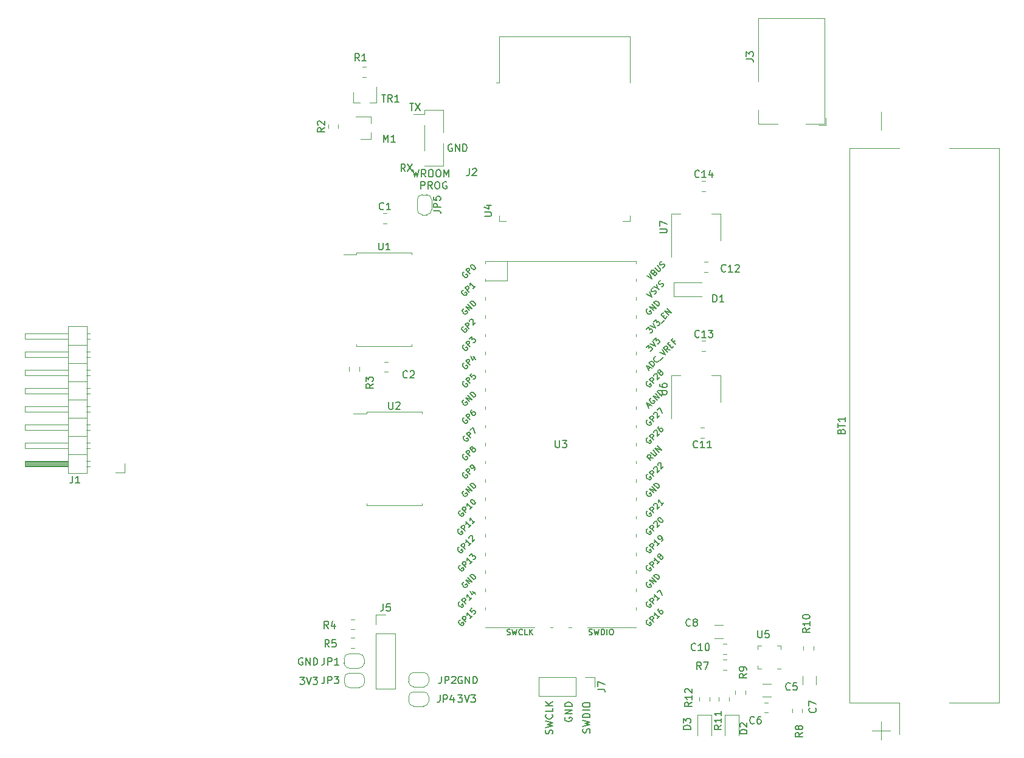
<source format=gbr>
G04 #@! TF.GenerationSoftware,KiCad,Pcbnew,5.1.5+dfsg1-2build2*
G04 #@! TF.CreationDate,2021-12-30T10:18:34+00:00*
G04 #@! TF.ProjectId,psion-org2-bluetooth-adapter,7073696f-6e2d-46f7-9267-322d626c7565,rev?*
G04 #@! TF.SameCoordinates,Original*
G04 #@! TF.FileFunction,Legend,Top*
G04 #@! TF.FilePolarity,Positive*
%FSLAX46Y46*%
G04 Gerber Fmt 4.6, Leading zero omitted, Abs format (unit mm)*
G04 Created by KiCad (PCBNEW 5.1.5+dfsg1-2build2) date 2021-12-30 10:18:34*
%MOMM*%
%LPD*%
G04 APERTURE LIST*
%ADD10C,0.150000*%
%ADD11C,0.120000*%
G04 APERTURE END LIST*
D10*
X148004761Y-142919047D02*
X148052380Y-142776190D01*
X148052380Y-142538095D01*
X148004761Y-142442857D01*
X147957142Y-142395238D01*
X147861904Y-142347619D01*
X147766666Y-142347619D01*
X147671428Y-142395238D01*
X147623809Y-142442857D01*
X147576190Y-142538095D01*
X147528571Y-142728571D01*
X147480952Y-142823809D01*
X147433333Y-142871428D01*
X147338095Y-142919047D01*
X147242857Y-142919047D01*
X147147619Y-142871428D01*
X147100000Y-142823809D01*
X147052380Y-142728571D01*
X147052380Y-142490476D01*
X147100000Y-142347619D01*
X147052380Y-142014285D02*
X148052380Y-141776190D01*
X147338095Y-141585714D01*
X148052380Y-141395238D01*
X147052380Y-141157142D01*
X148052380Y-140776190D02*
X147052380Y-140776190D01*
X147052380Y-140538095D01*
X147100000Y-140395238D01*
X147195238Y-140300000D01*
X147290476Y-140252380D01*
X147480952Y-140204761D01*
X147623809Y-140204761D01*
X147814285Y-140252380D01*
X147909523Y-140300000D01*
X148004761Y-140395238D01*
X148052380Y-140538095D01*
X148052380Y-140776190D01*
X148052380Y-139776190D02*
X147052380Y-139776190D01*
X147052380Y-139109523D02*
X147052380Y-138919047D01*
X147100000Y-138823809D01*
X147195238Y-138728571D01*
X147385714Y-138680952D01*
X147719047Y-138680952D01*
X147909523Y-138728571D01*
X148004761Y-138823809D01*
X148052380Y-138919047D01*
X148052380Y-139109523D01*
X148004761Y-139204761D01*
X147909523Y-139300000D01*
X147719047Y-139347619D01*
X147385714Y-139347619D01*
X147195238Y-139300000D01*
X147100000Y-139204761D01*
X147052380Y-139109523D01*
X142804761Y-143061904D02*
X142852380Y-142919047D01*
X142852380Y-142680952D01*
X142804761Y-142585714D01*
X142757142Y-142538095D01*
X142661904Y-142490476D01*
X142566666Y-142490476D01*
X142471428Y-142538095D01*
X142423809Y-142585714D01*
X142376190Y-142680952D01*
X142328571Y-142871428D01*
X142280952Y-142966666D01*
X142233333Y-143014285D01*
X142138095Y-143061904D01*
X142042857Y-143061904D01*
X141947619Y-143014285D01*
X141900000Y-142966666D01*
X141852380Y-142871428D01*
X141852380Y-142633333D01*
X141900000Y-142490476D01*
X141852380Y-142157142D02*
X142852380Y-141919047D01*
X142138095Y-141728571D01*
X142852380Y-141538095D01*
X141852380Y-141300000D01*
X142757142Y-140347619D02*
X142804761Y-140395238D01*
X142852380Y-140538095D01*
X142852380Y-140633333D01*
X142804761Y-140776190D01*
X142709523Y-140871428D01*
X142614285Y-140919047D01*
X142423809Y-140966666D01*
X142280952Y-140966666D01*
X142090476Y-140919047D01*
X141995238Y-140871428D01*
X141900000Y-140776190D01*
X141852380Y-140633333D01*
X141852380Y-140538095D01*
X141900000Y-140395238D01*
X141947619Y-140347619D01*
X142852380Y-139442857D02*
X142852380Y-139919047D01*
X141852380Y-139919047D01*
X142852380Y-139109523D02*
X141852380Y-139109523D01*
X142852380Y-138538095D02*
X142280952Y-138966666D01*
X141852380Y-138538095D02*
X142423809Y-139109523D01*
X144600000Y-140761904D02*
X144552380Y-140857142D01*
X144552380Y-141000000D01*
X144600000Y-141142857D01*
X144695238Y-141238095D01*
X144790476Y-141285714D01*
X144980952Y-141333333D01*
X145123809Y-141333333D01*
X145314285Y-141285714D01*
X145409523Y-141238095D01*
X145504761Y-141142857D01*
X145552380Y-141000000D01*
X145552380Y-140904761D01*
X145504761Y-140761904D01*
X145457142Y-140714285D01*
X145123809Y-140714285D01*
X145123809Y-140904761D01*
X145552380Y-140285714D02*
X144552380Y-140285714D01*
X145552380Y-139714285D01*
X144552380Y-139714285D01*
X145552380Y-139238095D02*
X144552380Y-139238095D01*
X144552380Y-139000000D01*
X144600000Y-138857142D01*
X144695238Y-138761904D01*
X144790476Y-138714285D01*
X144980952Y-138666666D01*
X145123809Y-138666666D01*
X145314285Y-138714285D01*
X145409523Y-138761904D01*
X145504761Y-138857142D01*
X145552380Y-139000000D01*
X145552380Y-139238095D01*
X107661904Y-135152380D02*
X108280952Y-135152380D01*
X107947619Y-135533333D01*
X108090476Y-135533333D01*
X108185714Y-135580952D01*
X108233333Y-135628571D01*
X108280952Y-135723809D01*
X108280952Y-135961904D01*
X108233333Y-136057142D01*
X108185714Y-136104761D01*
X108090476Y-136152380D01*
X107804761Y-136152380D01*
X107709523Y-136104761D01*
X107661904Y-136057142D01*
X108566666Y-135152380D02*
X108900000Y-136152380D01*
X109233333Y-135152380D01*
X109471428Y-135152380D02*
X110090476Y-135152380D01*
X109757142Y-135533333D01*
X109900000Y-135533333D01*
X109995238Y-135580952D01*
X110042857Y-135628571D01*
X110090476Y-135723809D01*
X110090476Y-135961904D01*
X110042857Y-136057142D01*
X109995238Y-136104761D01*
X109900000Y-136152380D01*
X109614285Y-136152380D01*
X109519047Y-136104761D01*
X109471428Y-136057142D01*
X108038095Y-132500000D02*
X107942857Y-132452380D01*
X107800000Y-132452380D01*
X107657142Y-132500000D01*
X107561904Y-132595238D01*
X107514285Y-132690476D01*
X107466666Y-132880952D01*
X107466666Y-133023809D01*
X107514285Y-133214285D01*
X107561904Y-133309523D01*
X107657142Y-133404761D01*
X107800000Y-133452380D01*
X107895238Y-133452380D01*
X108038095Y-133404761D01*
X108085714Y-133357142D01*
X108085714Y-133023809D01*
X107895238Y-133023809D01*
X108514285Y-133452380D02*
X108514285Y-132452380D01*
X109085714Y-133452380D01*
X109085714Y-132452380D01*
X109561904Y-133452380D02*
X109561904Y-132452380D01*
X109800000Y-132452380D01*
X109942857Y-132500000D01*
X110038095Y-132595238D01*
X110085714Y-132690476D01*
X110133333Y-132880952D01*
X110133333Y-133023809D01*
X110085714Y-133214285D01*
X110038095Y-133309523D01*
X109942857Y-133404761D01*
X109800000Y-133452380D01*
X109561904Y-133452380D01*
X129661904Y-137652380D02*
X130280952Y-137652380D01*
X129947619Y-138033333D01*
X130090476Y-138033333D01*
X130185714Y-138080952D01*
X130233333Y-138128571D01*
X130280952Y-138223809D01*
X130280952Y-138461904D01*
X130233333Y-138557142D01*
X130185714Y-138604761D01*
X130090476Y-138652380D01*
X129804761Y-138652380D01*
X129709523Y-138604761D01*
X129661904Y-138557142D01*
X130566666Y-137652380D02*
X130900000Y-138652380D01*
X131233333Y-137652380D01*
X131471428Y-137652380D02*
X132090476Y-137652380D01*
X131757142Y-138033333D01*
X131900000Y-138033333D01*
X131995238Y-138080952D01*
X132042857Y-138128571D01*
X132090476Y-138223809D01*
X132090476Y-138461904D01*
X132042857Y-138557142D01*
X131995238Y-138604761D01*
X131900000Y-138652380D01*
X131614285Y-138652380D01*
X131519047Y-138604761D01*
X131471428Y-138557142D01*
X130238095Y-135100000D02*
X130142857Y-135052380D01*
X130000000Y-135052380D01*
X129857142Y-135100000D01*
X129761904Y-135195238D01*
X129714285Y-135290476D01*
X129666666Y-135480952D01*
X129666666Y-135623809D01*
X129714285Y-135814285D01*
X129761904Y-135909523D01*
X129857142Y-136004761D01*
X130000000Y-136052380D01*
X130095238Y-136052380D01*
X130238095Y-136004761D01*
X130285714Y-135957142D01*
X130285714Y-135623809D01*
X130095238Y-135623809D01*
X130714285Y-136052380D02*
X130714285Y-135052380D01*
X131285714Y-136052380D01*
X131285714Y-135052380D01*
X131761904Y-136052380D02*
X131761904Y-135052380D01*
X132000000Y-135052380D01*
X132142857Y-135100000D01*
X132238095Y-135195238D01*
X132285714Y-135290476D01*
X132333333Y-135480952D01*
X132333333Y-135623809D01*
X132285714Y-135814285D01*
X132238095Y-135909523D01*
X132142857Y-136004761D01*
X132000000Y-136052380D01*
X131761904Y-136052380D01*
X123371428Y-64427380D02*
X123609523Y-65427380D01*
X123800000Y-64713095D01*
X123990476Y-65427380D01*
X124228571Y-64427380D01*
X125180952Y-65427380D02*
X124847619Y-64951190D01*
X124609523Y-65427380D02*
X124609523Y-64427380D01*
X124990476Y-64427380D01*
X125085714Y-64475000D01*
X125133333Y-64522619D01*
X125180952Y-64617857D01*
X125180952Y-64760714D01*
X125133333Y-64855952D01*
X125085714Y-64903571D01*
X124990476Y-64951190D01*
X124609523Y-64951190D01*
X125800000Y-64427380D02*
X125990476Y-64427380D01*
X126085714Y-64475000D01*
X126180952Y-64570238D01*
X126228571Y-64760714D01*
X126228571Y-65094047D01*
X126180952Y-65284523D01*
X126085714Y-65379761D01*
X125990476Y-65427380D01*
X125800000Y-65427380D01*
X125704761Y-65379761D01*
X125609523Y-65284523D01*
X125561904Y-65094047D01*
X125561904Y-64760714D01*
X125609523Y-64570238D01*
X125704761Y-64475000D01*
X125800000Y-64427380D01*
X126847619Y-64427380D02*
X127038095Y-64427380D01*
X127133333Y-64475000D01*
X127228571Y-64570238D01*
X127276190Y-64760714D01*
X127276190Y-65094047D01*
X127228571Y-65284523D01*
X127133333Y-65379761D01*
X127038095Y-65427380D01*
X126847619Y-65427380D01*
X126752380Y-65379761D01*
X126657142Y-65284523D01*
X126609523Y-65094047D01*
X126609523Y-64760714D01*
X126657142Y-64570238D01*
X126752380Y-64475000D01*
X126847619Y-64427380D01*
X127704761Y-65427380D02*
X127704761Y-64427380D01*
X128038095Y-65141666D01*
X128371428Y-64427380D01*
X128371428Y-65427380D01*
X124514285Y-67077380D02*
X124514285Y-66077380D01*
X124895238Y-66077380D01*
X124990476Y-66125000D01*
X125038095Y-66172619D01*
X125085714Y-66267857D01*
X125085714Y-66410714D01*
X125038095Y-66505952D01*
X124990476Y-66553571D01*
X124895238Y-66601190D01*
X124514285Y-66601190D01*
X126085714Y-67077380D02*
X125752380Y-66601190D01*
X125514285Y-67077380D02*
X125514285Y-66077380D01*
X125895238Y-66077380D01*
X125990476Y-66125000D01*
X126038095Y-66172619D01*
X126085714Y-66267857D01*
X126085714Y-66410714D01*
X126038095Y-66505952D01*
X125990476Y-66553571D01*
X125895238Y-66601190D01*
X125514285Y-66601190D01*
X126704761Y-66077380D02*
X126895238Y-66077380D01*
X126990476Y-66125000D01*
X127085714Y-66220238D01*
X127133333Y-66410714D01*
X127133333Y-66744047D01*
X127085714Y-66934523D01*
X126990476Y-67029761D01*
X126895238Y-67077380D01*
X126704761Y-67077380D01*
X126609523Y-67029761D01*
X126514285Y-66934523D01*
X126466666Y-66744047D01*
X126466666Y-66410714D01*
X126514285Y-66220238D01*
X126609523Y-66125000D01*
X126704761Y-66077380D01*
X128085714Y-66125000D02*
X127990476Y-66077380D01*
X127847619Y-66077380D01*
X127704761Y-66125000D01*
X127609523Y-66220238D01*
X127561904Y-66315476D01*
X127514285Y-66505952D01*
X127514285Y-66648809D01*
X127561904Y-66839285D01*
X127609523Y-66934523D01*
X127704761Y-67029761D01*
X127847619Y-67077380D01*
X127942857Y-67077380D01*
X128085714Y-67029761D01*
X128133333Y-66982142D01*
X128133333Y-66648809D01*
X127942857Y-66648809D01*
X122938095Y-55152380D02*
X123509523Y-55152380D01*
X123223809Y-56152380D02*
X123223809Y-55152380D01*
X123747619Y-55152380D02*
X124414285Y-56152380D01*
X124414285Y-55152380D02*
X123747619Y-56152380D01*
X122333333Y-64652380D02*
X122000000Y-64176190D01*
X121761904Y-64652380D02*
X121761904Y-63652380D01*
X122142857Y-63652380D01*
X122238095Y-63700000D01*
X122285714Y-63747619D01*
X122333333Y-63842857D01*
X122333333Y-63985714D01*
X122285714Y-64080952D01*
X122238095Y-64128571D01*
X122142857Y-64176190D01*
X121761904Y-64176190D01*
X122666666Y-63652380D02*
X123333333Y-64652380D01*
X123333333Y-63652380D02*
X122666666Y-64652380D01*
X128838095Y-60900000D02*
X128742857Y-60852380D01*
X128600000Y-60852380D01*
X128457142Y-60900000D01*
X128361904Y-60995238D01*
X128314285Y-61090476D01*
X128266666Y-61280952D01*
X128266666Y-61423809D01*
X128314285Y-61614285D01*
X128361904Y-61709523D01*
X128457142Y-61804761D01*
X128600000Y-61852380D01*
X128695238Y-61852380D01*
X128838095Y-61804761D01*
X128885714Y-61757142D01*
X128885714Y-61423809D01*
X128695238Y-61423809D01*
X129314285Y-61852380D02*
X129314285Y-60852380D01*
X129885714Y-61852380D01*
X129885714Y-60852380D01*
X130361904Y-61852380D02*
X130361904Y-60852380D01*
X130600000Y-60852380D01*
X130742857Y-60900000D01*
X130838095Y-60995238D01*
X130885714Y-61090476D01*
X130933333Y-61280952D01*
X130933333Y-61423809D01*
X130885714Y-61614285D01*
X130838095Y-61709523D01*
X130742857Y-61804761D01*
X130600000Y-61852380D01*
X130361904Y-61852380D01*
D11*
X172341422Y-140110000D02*
X172858578Y-140110000D01*
X172341422Y-138690000D02*
X172858578Y-138690000D01*
X168290000Y-137041422D02*
X168290000Y-137558578D01*
X169710000Y-137041422D02*
X169710000Y-137558578D01*
X180700000Y-58000000D02*
X178100000Y-58000000D01*
X180700000Y-43300000D02*
X180700000Y-58000000D01*
X171500000Y-58000000D02*
X171500000Y-56100000D01*
X174200000Y-58000000D02*
X171500000Y-58000000D01*
X171500000Y-43300000D02*
X180700000Y-43300000D01*
X171500000Y-52100000D02*
X171500000Y-43300000D01*
X180900000Y-57150000D02*
X180900000Y-58200000D01*
X179850000Y-58200000D02*
X180900000Y-58200000D01*
X159390000Y-76550000D02*
X159390000Y-70540000D01*
X166210000Y-74300000D02*
X166210000Y-70540000D01*
X159390000Y-70540000D02*
X160650000Y-70540000D01*
X166210000Y-70540000D02*
X164950000Y-70540000D01*
X159390000Y-99100000D02*
X159390000Y-93090000D01*
X166210000Y-96850000D02*
X166210000Y-93090000D01*
X159390000Y-93090000D02*
X160650000Y-93090000D01*
X166210000Y-93090000D02*
X164950000Y-93090000D01*
X174135000Y-134010000D02*
X174610000Y-134010000D01*
X171390000Y-130790000D02*
X171390000Y-131265000D01*
X171865000Y-130790000D02*
X171390000Y-130790000D01*
X174610000Y-130790000D02*
X174610000Y-131265000D01*
X174135000Y-130790000D02*
X174610000Y-130790000D01*
X171390000Y-134010000D02*
X171390000Y-133535000D01*
X171865000Y-134010000D02*
X171390000Y-134010000D01*
X164710000Y-138458578D02*
X164710000Y-137941422D01*
X163290000Y-138458578D02*
X163290000Y-137941422D01*
X167410000Y-138458578D02*
X167410000Y-137941422D01*
X165990000Y-138458578D02*
X165990000Y-137941422D01*
X179210000Y-131358578D02*
X179210000Y-130841422D01*
X177790000Y-131358578D02*
X177790000Y-130841422D01*
X176190000Y-139541422D02*
X176190000Y-140058578D01*
X177610000Y-139541422D02*
X177610000Y-140058578D01*
X167058578Y-132690000D02*
X166541422Y-132690000D01*
X167058578Y-134110000D02*
X166541422Y-134110000D01*
X163040000Y-140440000D02*
X163040000Y-143300000D01*
X164960000Y-140440000D02*
X163040000Y-140440000D01*
X164960000Y-143300000D02*
X164960000Y-140440000D01*
X166840000Y-140440000D02*
X166840000Y-143300000D01*
X168760000Y-140440000D02*
X166840000Y-140440000D01*
X168760000Y-143300000D02*
X168760000Y-140440000D01*
X159750000Y-80100000D02*
X163650000Y-80100000D01*
X159750000Y-82100000D02*
X163650000Y-82100000D01*
X159750000Y-80100000D02*
X159750000Y-82100000D01*
X163641422Y-67410000D02*
X164158578Y-67410000D01*
X163641422Y-65990000D02*
X164158578Y-65990000D01*
X163641422Y-89710000D02*
X164158578Y-89710000D01*
X163641422Y-88290000D02*
X164158578Y-88290000D01*
X164458578Y-77290000D02*
X163941422Y-77290000D01*
X164458578Y-78710000D02*
X163941422Y-78710000D01*
X163958578Y-100390000D02*
X163441422Y-100390000D01*
X163958578Y-101810000D02*
X163441422Y-101810000D01*
X167058578Y-130490000D02*
X166541422Y-130490000D01*
X167058578Y-131910000D02*
X166541422Y-131910000D01*
X166602064Y-127890000D02*
X165397936Y-127890000D01*
X166602064Y-129710000D02*
X165397936Y-129710000D01*
X177690000Y-134997936D02*
X177690000Y-136202064D01*
X179510000Y-134997936D02*
X179510000Y-136202064D01*
X172097936Y-137910000D02*
X173302064Y-137910000D01*
X172097936Y-136090000D02*
X173302064Y-136090000D01*
X189850000Y-142600000D02*
X187350000Y-142600000D01*
X188600000Y-143850000D02*
X188600000Y-141350000D01*
X188600000Y-56350000D02*
X188600000Y-58850000D01*
X191160000Y-61460000D02*
X184180000Y-61460000D01*
X184160000Y-61460000D02*
X184160000Y-138740000D01*
X184160000Y-138740000D02*
X191160000Y-138740000D01*
X198040000Y-61460000D02*
X205040000Y-61460000D01*
X205040000Y-61460000D02*
X205040000Y-138740000D01*
X205040000Y-138740000D02*
X198040000Y-138740000D01*
X191160000Y-138740000D02*
X191160000Y-143100000D01*
X115120000Y-55060000D02*
X115120000Y-53600000D01*
X118280000Y-55060000D02*
X118280000Y-52900000D01*
X118280000Y-55060000D02*
X117350000Y-55060000D01*
X115120000Y-55060000D02*
X116050000Y-55060000D01*
X117560000Y-60180000D02*
X116100000Y-60180000D01*
X117560000Y-57020000D02*
X115400000Y-57020000D01*
X117560000Y-57020000D02*
X117560000Y-57950000D01*
X117560000Y-60180000D02*
X117560000Y-59250000D01*
X83270000Y-106650000D02*
X82000000Y-106650000D01*
X83270000Y-105380000D02*
X83270000Y-106650000D01*
X77962929Y-105760000D02*
X78417071Y-105760000D01*
X77962929Y-105000000D02*
X78417071Y-105000000D01*
X78417071Y-87220000D02*
X78020000Y-87220000D01*
X78417071Y-87980000D02*
X78020000Y-87980000D01*
X69360000Y-87220000D02*
X75360000Y-87220000D01*
X69360000Y-87980000D02*
X69360000Y-87220000D01*
X75360000Y-87980000D02*
X69360000Y-87980000D01*
X78020000Y-88870000D02*
X75360000Y-88870000D01*
X77962929Y-103220000D02*
X78417071Y-103220000D01*
X77962929Y-102460000D02*
X78417071Y-102460000D01*
X78417071Y-89760000D02*
X78020000Y-89760000D01*
X78417071Y-90520000D02*
X78020000Y-90520000D01*
X69360000Y-89760000D02*
X75360000Y-89760000D01*
X69360000Y-90520000D02*
X69360000Y-89760000D01*
X75360000Y-90520000D02*
X69360000Y-90520000D01*
X78020000Y-91410000D02*
X75360000Y-91410000D01*
X77962929Y-100680000D02*
X78417071Y-100680000D01*
X77962929Y-99920000D02*
X78417071Y-99920000D01*
X78417071Y-92300000D02*
X78020000Y-92300000D01*
X78417071Y-93060000D02*
X78020000Y-93060000D01*
X69360000Y-92300000D02*
X75360000Y-92300000D01*
X69360000Y-93060000D02*
X69360000Y-92300000D01*
X75360000Y-93060000D02*
X69360000Y-93060000D01*
X78020000Y-93950000D02*
X75360000Y-93950000D01*
X77962929Y-98140000D02*
X78417071Y-98140000D01*
X77962929Y-97380000D02*
X78417071Y-97380000D01*
X78417071Y-94840000D02*
X78020000Y-94840000D01*
X78417071Y-95600000D02*
X78020000Y-95600000D01*
X69360000Y-94840000D02*
X75360000Y-94840000D01*
X69360000Y-95600000D02*
X69360000Y-94840000D01*
X75360000Y-95600000D02*
X69360000Y-95600000D01*
X78020000Y-96490000D02*
X75360000Y-96490000D01*
X77962929Y-95600000D02*
X78417071Y-95600000D01*
X77962929Y-94840000D02*
X78417071Y-94840000D01*
X78417071Y-97380000D02*
X78020000Y-97380000D01*
X78417071Y-98140000D02*
X78020000Y-98140000D01*
X69360000Y-97380000D02*
X75360000Y-97380000D01*
X69360000Y-98140000D02*
X69360000Y-97380000D01*
X75360000Y-98140000D02*
X69360000Y-98140000D01*
X78020000Y-99030000D02*
X75360000Y-99030000D01*
X77962929Y-93060000D02*
X78417071Y-93060000D01*
X77962929Y-92300000D02*
X78417071Y-92300000D01*
X78417071Y-99920000D02*
X78020000Y-99920000D01*
X78417071Y-100680000D02*
X78020000Y-100680000D01*
X69360000Y-99920000D02*
X75360000Y-99920000D01*
X69360000Y-100680000D02*
X69360000Y-99920000D01*
X75360000Y-100680000D02*
X69360000Y-100680000D01*
X78020000Y-101570000D02*
X75360000Y-101570000D01*
X77962929Y-90520000D02*
X78417071Y-90520000D01*
X77962929Y-89760000D02*
X78417071Y-89760000D01*
X78417071Y-102460000D02*
X78020000Y-102460000D01*
X78417071Y-103220000D02*
X78020000Y-103220000D01*
X69360000Y-102460000D02*
X75360000Y-102460000D01*
X69360000Y-103220000D02*
X69360000Y-102460000D01*
X75360000Y-103220000D02*
X69360000Y-103220000D01*
X78020000Y-104110000D02*
X75360000Y-104110000D01*
X78030000Y-87980000D02*
X78417071Y-87980000D01*
X78030000Y-87220000D02*
X78417071Y-87220000D01*
X78417071Y-105000000D02*
X78020000Y-105000000D01*
X78417071Y-105760000D02*
X78020000Y-105760000D01*
X75360000Y-105100000D02*
X69360000Y-105100000D01*
X75360000Y-105220000D02*
X69360000Y-105220000D01*
X75360000Y-105340000D02*
X69360000Y-105340000D01*
X75360000Y-105460000D02*
X69360000Y-105460000D01*
X75360000Y-105580000D02*
X69360000Y-105580000D01*
X75360000Y-105700000D02*
X69360000Y-105700000D01*
X69360000Y-105000000D02*
X75360000Y-105000000D01*
X69360000Y-105760000D02*
X69360000Y-105000000D01*
X75360000Y-105760000D02*
X69360000Y-105760000D01*
X75360000Y-106710000D02*
X78020000Y-106710000D01*
X75360000Y-86270000D02*
X75360000Y-106710000D01*
X78020000Y-86270000D02*
X75360000Y-86270000D01*
X78020000Y-106710000D02*
X78020000Y-86270000D01*
X135380000Y-52255000D02*
X135000000Y-52255000D01*
X135380000Y-45835000D02*
X135380000Y-52255000D01*
X153620000Y-45835000D02*
X153620000Y-52255000D01*
X135380000Y-45835000D02*
X153620000Y-45835000D01*
X153620000Y-71580000D02*
X152620000Y-71580000D01*
X153620000Y-70800000D02*
X153620000Y-71580000D01*
X135380000Y-71580000D02*
X136380000Y-71580000D01*
X135380000Y-70800000D02*
X135380000Y-71580000D01*
X133500000Y-77200000D02*
X154500000Y-77200000D01*
X140300000Y-128200000D02*
X133500000Y-128200000D01*
X133500000Y-79867000D02*
X136507000Y-79867000D01*
X136507000Y-79867000D02*
X136507000Y-77200000D01*
X133500000Y-77200000D02*
X133500000Y-77500000D01*
X133500000Y-79600000D02*
X133500000Y-80000000D01*
X133500000Y-82200000D02*
X133500000Y-82600000D01*
X133500000Y-84700000D02*
X133500000Y-85100000D01*
X133500000Y-87300000D02*
X133500000Y-87700000D01*
X133500000Y-89800000D02*
X133500000Y-90200000D01*
X133500000Y-92300000D02*
X133500000Y-92700000D01*
X133500000Y-94900000D02*
X133500000Y-95300000D01*
X133500000Y-97400000D02*
X133500000Y-97800000D01*
X133500000Y-100000000D02*
X133500000Y-100400000D01*
X133500000Y-102500000D02*
X133500000Y-102900000D01*
X133500000Y-105000000D02*
X133500000Y-105400000D01*
X133500000Y-107600000D02*
X133500000Y-108000000D01*
X133500000Y-110100000D02*
X133500000Y-110500000D01*
X133500000Y-112700000D02*
X133500000Y-113100000D01*
X133500000Y-115200000D02*
X133500000Y-115600000D01*
X133500000Y-117800000D02*
X133500000Y-118200000D01*
X133500000Y-120300000D02*
X133500000Y-120700000D01*
X133500000Y-122800000D02*
X133500000Y-123200000D01*
X133500000Y-125400000D02*
X133500000Y-125800000D01*
X154500000Y-92300000D02*
X154500000Y-92700000D01*
X154500000Y-97400000D02*
X154500000Y-97800000D01*
X154500000Y-105000000D02*
X154500000Y-105400000D01*
X154500000Y-112700000D02*
X154500000Y-113100000D01*
X154500000Y-82200000D02*
X154500000Y-82600000D01*
X154500000Y-79600000D02*
X154500000Y-80000000D01*
X154500000Y-87300000D02*
X154500000Y-87700000D01*
X154500000Y-120300000D02*
X154500000Y-120700000D01*
X154500000Y-125400000D02*
X154500000Y-125800000D01*
X154500000Y-122800000D02*
X154500000Y-123200000D01*
X154500000Y-107600000D02*
X154500000Y-108000000D01*
X154500000Y-102500000D02*
X154500000Y-102900000D01*
X154500000Y-89800000D02*
X154500000Y-90200000D01*
X154500000Y-94900000D02*
X154500000Y-95300000D01*
X154500000Y-115200000D02*
X154500000Y-115600000D01*
X154500000Y-100000000D02*
X154500000Y-100400000D01*
X154500000Y-77200000D02*
X154500000Y-77500000D01*
X154500000Y-84700000D02*
X154500000Y-85100000D01*
X154500000Y-110100000D02*
X154500000Y-110500000D01*
X154500000Y-117800000D02*
X154500000Y-118200000D01*
X154500000Y-128200000D02*
X147700000Y-128200000D01*
X142500000Y-128200000D02*
X142900000Y-128200000D01*
X145100000Y-128200000D02*
X145500000Y-128200000D01*
X116940000Y-98425000D02*
X115125000Y-98425000D01*
X116940000Y-98190000D02*
X116940000Y-98425000D01*
X120800000Y-98190000D02*
X116940000Y-98190000D01*
X124660000Y-98190000D02*
X124660000Y-98425000D01*
X120800000Y-98190000D02*
X124660000Y-98190000D01*
X116940000Y-111210000D02*
X116940000Y-110975000D01*
X120800000Y-111210000D02*
X116940000Y-111210000D01*
X124660000Y-111210000D02*
X124660000Y-110975000D01*
X120800000Y-111210000D02*
X124660000Y-111210000D01*
X115540000Y-76225000D02*
X113725000Y-76225000D01*
X115540000Y-75990000D02*
X115540000Y-76225000D01*
X119400000Y-75990000D02*
X115540000Y-75990000D01*
X123260000Y-75990000D02*
X123260000Y-76225000D01*
X119400000Y-75990000D02*
X123260000Y-75990000D01*
X115540000Y-89010000D02*
X115540000Y-88775000D01*
X119400000Y-89010000D02*
X115540000Y-89010000D01*
X123260000Y-89010000D02*
X123260000Y-88775000D01*
X119400000Y-89010000D02*
X123260000Y-89010000D01*
X114741422Y-131110000D02*
X115258578Y-131110000D01*
X114741422Y-129690000D02*
X115258578Y-129690000D01*
X114741422Y-128510000D02*
X115258578Y-128510000D01*
X114741422Y-127090000D02*
X115258578Y-127090000D01*
X114490000Y-91941422D02*
X114490000Y-92458578D01*
X115910000Y-91941422D02*
X115910000Y-92458578D01*
X113010000Y-58658578D02*
X113010000Y-58141422D01*
X111590000Y-58658578D02*
X111590000Y-58141422D01*
X116858578Y-50090000D02*
X116341422Y-50090000D01*
X116858578Y-51510000D02*
X116341422Y-51510000D01*
X126000000Y-68600000D02*
X126000000Y-70000000D01*
X125300000Y-70700000D02*
X124700000Y-70700000D01*
X124000000Y-70000000D02*
X124000000Y-68600000D01*
X124700000Y-67900000D02*
X125300000Y-67900000D01*
X125300000Y-67900000D02*
G75*
G02X126000000Y-68600000I0J-700000D01*
G01*
X124000000Y-68600000D02*
G75*
G02X124700000Y-67900000I700000J0D01*
G01*
X124700000Y-70700000D02*
G75*
G02X124000000Y-70000000I0J700000D01*
G01*
X126000000Y-70000000D02*
G75*
G02X125300000Y-70700000I-700000J0D01*
G01*
X123500000Y-137200000D02*
X124900000Y-137200000D01*
X125600000Y-137900000D02*
X125600000Y-138500000D01*
X124900000Y-139200000D02*
X123500000Y-139200000D01*
X122800000Y-138500000D02*
X122800000Y-137900000D01*
X122800000Y-137900000D02*
G75*
G02X123500000Y-137200000I700000J0D01*
G01*
X123500000Y-139200000D02*
G75*
G02X122800000Y-138500000I0J700000D01*
G01*
X125600000Y-138500000D02*
G75*
G02X124900000Y-139200000I-700000J0D01*
G01*
X124900000Y-137200000D02*
G75*
G02X125600000Y-137900000I0J-700000D01*
G01*
X115950000Y-136600000D02*
X114550000Y-136600000D01*
X113850000Y-135900000D02*
X113850000Y-135300000D01*
X114550000Y-134600000D02*
X115950000Y-134600000D01*
X116650000Y-135300000D02*
X116650000Y-135900000D01*
X116650000Y-135900000D02*
G75*
G02X115950000Y-136600000I-700000J0D01*
G01*
X115950000Y-134600000D02*
G75*
G02X116650000Y-135300000I0J-700000D01*
G01*
X113850000Y-135300000D02*
G75*
G02X114550000Y-134600000I700000J0D01*
G01*
X114550000Y-136600000D02*
G75*
G02X113850000Y-135900000I0J700000D01*
G01*
X123500000Y-134500000D02*
X124900000Y-134500000D01*
X125600000Y-135200000D02*
X125600000Y-135800000D01*
X124900000Y-136500000D02*
X123500000Y-136500000D01*
X122800000Y-135800000D02*
X122800000Y-135200000D01*
X122800000Y-135200000D02*
G75*
G02X123500000Y-134500000I700000J0D01*
G01*
X123500000Y-136500000D02*
G75*
G02X122800000Y-135800000I0J700000D01*
G01*
X125600000Y-135800000D02*
G75*
G02X124900000Y-136500000I-700000J0D01*
G01*
X124900000Y-134500000D02*
G75*
G02X125600000Y-135200000I0J-700000D01*
G01*
X115900000Y-133900000D02*
X114500000Y-133900000D01*
X113800000Y-133200000D02*
X113800000Y-132600000D01*
X114500000Y-131900000D02*
X115900000Y-131900000D01*
X116600000Y-132600000D02*
X116600000Y-133200000D01*
X116600000Y-133200000D02*
G75*
G02X115900000Y-133900000I-700000J0D01*
G01*
X115900000Y-131900000D02*
G75*
G02X116600000Y-132600000I0J-700000D01*
G01*
X113800000Y-132600000D02*
G75*
G02X114500000Y-131900000I700000J0D01*
G01*
X114500000Y-133900000D02*
G75*
G02X113800000Y-133200000I0J700000D01*
G01*
X148670000Y-135170000D02*
X148670000Y-136500000D01*
X147340000Y-135170000D02*
X148670000Y-135170000D01*
X146070000Y-135170000D02*
X146070000Y-137830000D01*
X146070000Y-137830000D02*
X140930000Y-137830000D01*
X146070000Y-135170000D02*
X140930000Y-135170000D01*
X140930000Y-135170000D02*
X140930000Y-137830000D01*
X118270000Y-126470000D02*
X119600000Y-126470000D01*
X118270000Y-127800000D02*
X118270000Y-126470000D01*
X118270000Y-129070000D02*
X120930000Y-129070000D01*
X120930000Y-129070000D02*
X120930000Y-136750000D01*
X118270000Y-129070000D02*
X118270000Y-136750000D01*
X118270000Y-136750000D02*
X120930000Y-136750000D01*
X124970000Y-58220000D02*
X124970000Y-61780000D01*
X127630000Y-60760000D02*
X127630000Y-63870000D01*
X127630000Y-63300000D02*
X127630000Y-63870000D01*
X124970000Y-56130000D02*
X124970000Y-56700000D01*
X124970000Y-56700000D02*
X123450000Y-56700000D01*
X127630000Y-56130000D02*
X127630000Y-59240000D01*
X124970000Y-63870000D02*
X127630000Y-63870000D01*
X124970000Y-56130000D02*
X127630000Y-56130000D01*
X119378922Y-92610000D02*
X119896078Y-92610000D01*
X119378922Y-91190000D02*
X119896078Y-91190000D01*
X119241422Y-71910000D02*
X119758578Y-71910000D01*
X119241422Y-70490000D02*
X119758578Y-70490000D01*
D10*
X170933333Y-141557142D02*
X170885714Y-141604761D01*
X170742857Y-141652380D01*
X170647619Y-141652380D01*
X170504761Y-141604761D01*
X170409523Y-141509523D01*
X170361904Y-141414285D01*
X170314285Y-141223809D01*
X170314285Y-141080952D01*
X170361904Y-140890476D01*
X170409523Y-140795238D01*
X170504761Y-140700000D01*
X170647619Y-140652380D01*
X170742857Y-140652380D01*
X170885714Y-140700000D01*
X170933333Y-140747619D01*
X171790476Y-140652380D02*
X171600000Y-140652380D01*
X171504761Y-140700000D01*
X171457142Y-140747619D01*
X171361904Y-140890476D01*
X171314285Y-141080952D01*
X171314285Y-141461904D01*
X171361904Y-141557142D01*
X171409523Y-141604761D01*
X171504761Y-141652380D01*
X171695238Y-141652380D01*
X171790476Y-141604761D01*
X171838095Y-141557142D01*
X171885714Y-141461904D01*
X171885714Y-141223809D01*
X171838095Y-141128571D01*
X171790476Y-141080952D01*
X171695238Y-141033333D01*
X171504761Y-141033333D01*
X171409523Y-141080952D01*
X171361904Y-141128571D01*
X171314285Y-141223809D01*
X169852380Y-134666666D02*
X169376190Y-135000000D01*
X169852380Y-135238095D02*
X168852380Y-135238095D01*
X168852380Y-134857142D01*
X168900000Y-134761904D01*
X168947619Y-134714285D01*
X169042857Y-134666666D01*
X169185714Y-134666666D01*
X169280952Y-134714285D01*
X169328571Y-134761904D01*
X169376190Y-134857142D01*
X169376190Y-135238095D01*
X169852380Y-134190476D02*
X169852380Y-134000000D01*
X169804761Y-133904761D01*
X169757142Y-133857142D01*
X169614285Y-133761904D01*
X169423809Y-133714285D01*
X169042857Y-133714285D01*
X168947619Y-133761904D01*
X168900000Y-133809523D01*
X168852380Y-133904761D01*
X168852380Y-134095238D01*
X168900000Y-134190476D01*
X168947619Y-134238095D01*
X169042857Y-134285714D01*
X169280952Y-134285714D01*
X169376190Y-134238095D01*
X169423809Y-134190476D01*
X169471428Y-134095238D01*
X169471428Y-133904761D01*
X169423809Y-133809523D01*
X169376190Y-133761904D01*
X169280952Y-133714285D01*
X169802380Y-48983333D02*
X170516666Y-48983333D01*
X170659523Y-49030952D01*
X170754761Y-49126190D01*
X170802380Y-49269047D01*
X170802380Y-49364285D01*
X169802380Y-48602380D02*
X169802380Y-47983333D01*
X170183333Y-48316666D01*
X170183333Y-48173809D01*
X170230952Y-48078571D01*
X170278571Y-48030952D01*
X170373809Y-47983333D01*
X170611904Y-47983333D01*
X170707142Y-48030952D01*
X170754761Y-48078571D01*
X170802380Y-48173809D01*
X170802380Y-48459523D01*
X170754761Y-48554761D01*
X170707142Y-48602380D01*
X157752380Y-73211904D02*
X158561904Y-73211904D01*
X158657142Y-73164285D01*
X158704761Y-73116666D01*
X158752380Y-73021428D01*
X158752380Y-72830952D01*
X158704761Y-72735714D01*
X158657142Y-72688095D01*
X158561904Y-72640476D01*
X157752380Y-72640476D01*
X157752380Y-72259523D02*
X157752380Y-71592857D01*
X158752380Y-72021428D01*
X157752380Y-95761904D02*
X158561904Y-95761904D01*
X158657142Y-95714285D01*
X158704761Y-95666666D01*
X158752380Y-95571428D01*
X158752380Y-95380952D01*
X158704761Y-95285714D01*
X158657142Y-95238095D01*
X158561904Y-95190476D01*
X157752380Y-95190476D01*
X157752380Y-94285714D02*
X157752380Y-94476190D01*
X157800000Y-94571428D01*
X157847619Y-94619047D01*
X157990476Y-94714285D01*
X158180952Y-94761904D01*
X158561904Y-94761904D01*
X158657142Y-94714285D01*
X158704761Y-94666666D01*
X158752380Y-94571428D01*
X158752380Y-94380952D01*
X158704761Y-94285714D01*
X158657142Y-94238095D01*
X158561904Y-94190476D01*
X158323809Y-94190476D01*
X158228571Y-94238095D01*
X158180952Y-94285714D01*
X158133333Y-94380952D01*
X158133333Y-94571428D01*
X158180952Y-94666666D01*
X158228571Y-94714285D01*
X158323809Y-94761904D01*
X171438095Y-128652380D02*
X171438095Y-129461904D01*
X171485714Y-129557142D01*
X171533333Y-129604761D01*
X171628571Y-129652380D01*
X171819047Y-129652380D01*
X171914285Y-129604761D01*
X171961904Y-129557142D01*
X172009523Y-129461904D01*
X172009523Y-128652380D01*
X172961904Y-128652380D02*
X172485714Y-128652380D01*
X172438095Y-129128571D01*
X172485714Y-129080952D01*
X172580952Y-129033333D01*
X172819047Y-129033333D01*
X172914285Y-129080952D01*
X172961904Y-129128571D01*
X173009523Y-129223809D01*
X173009523Y-129461904D01*
X172961904Y-129557142D01*
X172914285Y-129604761D01*
X172819047Y-129652380D01*
X172580952Y-129652380D01*
X172485714Y-129604761D01*
X172438095Y-129557142D01*
X162252380Y-138642857D02*
X161776190Y-138976190D01*
X162252380Y-139214285D02*
X161252380Y-139214285D01*
X161252380Y-138833333D01*
X161300000Y-138738095D01*
X161347619Y-138690476D01*
X161442857Y-138642857D01*
X161585714Y-138642857D01*
X161680952Y-138690476D01*
X161728571Y-138738095D01*
X161776190Y-138833333D01*
X161776190Y-139214285D01*
X162252380Y-137690476D02*
X162252380Y-138261904D01*
X162252380Y-137976190D02*
X161252380Y-137976190D01*
X161395238Y-138071428D01*
X161490476Y-138166666D01*
X161538095Y-138261904D01*
X161347619Y-137309523D02*
X161300000Y-137261904D01*
X161252380Y-137166666D01*
X161252380Y-136928571D01*
X161300000Y-136833333D01*
X161347619Y-136785714D01*
X161442857Y-136738095D01*
X161538095Y-136738095D01*
X161680952Y-136785714D01*
X162252380Y-137357142D01*
X162252380Y-136738095D01*
X166352380Y-141842857D02*
X165876190Y-142176190D01*
X166352380Y-142414285D02*
X165352380Y-142414285D01*
X165352380Y-142033333D01*
X165400000Y-141938095D01*
X165447619Y-141890476D01*
X165542857Y-141842857D01*
X165685714Y-141842857D01*
X165780952Y-141890476D01*
X165828571Y-141938095D01*
X165876190Y-142033333D01*
X165876190Y-142414285D01*
X166352380Y-140890476D02*
X166352380Y-141461904D01*
X166352380Y-141176190D02*
X165352380Y-141176190D01*
X165495238Y-141271428D01*
X165590476Y-141366666D01*
X165638095Y-141461904D01*
X166352380Y-139938095D02*
X166352380Y-140509523D01*
X166352380Y-140223809D02*
X165352380Y-140223809D01*
X165495238Y-140319047D01*
X165590476Y-140414285D01*
X165638095Y-140509523D01*
X178652380Y-128342857D02*
X178176190Y-128676190D01*
X178652380Y-128914285D02*
X177652380Y-128914285D01*
X177652380Y-128533333D01*
X177700000Y-128438095D01*
X177747619Y-128390476D01*
X177842857Y-128342857D01*
X177985714Y-128342857D01*
X178080952Y-128390476D01*
X178128571Y-128438095D01*
X178176190Y-128533333D01*
X178176190Y-128914285D01*
X178652380Y-127390476D02*
X178652380Y-127961904D01*
X178652380Y-127676190D02*
X177652380Y-127676190D01*
X177795238Y-127771428D01*
X177890476Y-127866666D01*
X177938095Y-127961904D01*
X177652380Y-126771428D02*
X177652380Y-126676190D01*
X177700000Y-126580952D01*
X177747619Y-126533333D01*
X177842857Y-126485714D01*
X178033333Y-126438095D01*
X178271428Y-126438095D01*
X178461904Y-126485714D01*
X178557142Y-126533333D01*
X178604761Y-126580952D01*
X178652380Y-126676190D01*
X178652380Y-126771428D01*
X178604761Y-126866666D01*
X178557142Y-126914285D01*
X178461904Y-126961904D01*
X178271428Y-127009523D01*
X178033333Y-127009523D01*
X177842857Y-126961904D01*
X177747619Y-126914285D01*
X177700000Y-126866666D01*
X177652380Y-126771428D01*
X177652380Y-142866666D02*
X177176190Y-143200000D01*
X177652380Y-143438095D02*
X176652380Y-143438095D01*
X176652380Y-143057142D01*
X176700000Y-142961904D01*
X176747619Y-142914285D01*
X176842857Y-142866666D01*
X176985714Y-142866666D01*
X177080952Y-142914285D01*
X177128571Y-142961904D01*
X177176190Y-143057142D01*
X177176190Y-143438095D01*
X177080952Y-142295238D02*
X177033333Y-142390476D01*
X176985714Y-142438095D01*
X176890476Y-142485714D01*
X176842857Y-142485714D01*
X176747619Y-142438095D01*
X176700000Y-142390476D01*
X176652380Y-142295238D01*
X176652380Y-142104761D01*
X176700000Y-142009523D01*
X176747619Y-141961904D01*
X176842857Y-141914285D01*
X176890476Y-141914285D01*
X176985714Y-141961904D01*
X177033333Y-142009523D01*
X177080952Y-142104761D01*
X177080952Y-142295238D01*
X177128571Y-142390476D01*
X177176190Y-142438095D01*
X177271428Y-142485714D01*
X177461904Y-142485714D01*
X177557142Y-142438095D01*
X177604761Y-142390476D01*
X177652380Y-142295238D01*
X177652380Y-142104761D01*
X177604761Y-142009523D01*
X177557142Y-141961904D01*
X177461904Y-141914285D01*
X177271428Y-141914285D01*
X177176190Y-141961904D01*
X177128571Y-142009523D01*
X177080952Y-142104761D01*
X163533333Y-134052380D02*
X163200000Y-133576190D01*
X162961904Y-134052380D02*
X162961904Y-133052380D01*
X163342857Y-133052380D01*
X163438095Y-133100000D01*
X163485714Y-133147619D01*
X163533333Y-133242857D01*
X163533333Y-133385714D01*
X163485714Y-133480952D01*
X163438095Y-133528571D01*
X163342857Y-133576190D01*
X162961904Y-133576190D01*
X163866666Y-133052380D02*
X164533333Y-133052380D01*
X164104761Y-134052380D01*
X162052380Y-142438095D02*
X161052380Y-142438095D01*
X161052380Y-142200000D01*
X161100000Y-142057142D01*
X161195238Y-141961904D01*
X161290476Y-141914285D01*
X161480952Y-141866666D01*
X161623809Y-141866666D01*
X161814285Y-141914285D01*
X161909523Y-141961904D01*
X162004761Y-142057142D01*
X162052380Y-142200000D01*
X162052380Y-142438095D01*
X161052380Y-141533333D02*
X161052380Y-140914285D01*
X161433333Y-141247619D01*
X161433333Y-141104761D01*
X161480952Y-141009523D01*
X161528571Y-140961904D01*
X161623809Y-140914285D01*
X161861904Y-140914285D01*
X161957142Y-140961904D01*
X162004761Y-141009523D01*
X162052380Y-141104761D01*
X162052380Y-141390476D01*
X162004761Y-141485714D01*
X161957142Y-141533333D01*
X169902380Y-143038095D02*
X168902380Y-143038095D01*
X168902380Y-142800000D01*
X168950000Y-142657142D01*
X169045238Y-142561904D01*
X169140476Y-142514285D01*
X169330952Y-142466666D01*
X169473809Y-142466666D01*
X169664285Y-142514285D01*
X169759523Y-142561904D01*
X169854761Y-142657142D01*
X169902380Y-142800000D01*
X169902380Y-143038095D01*
X168997619Y-142085714D02*
X168950000Y-142038095D01*
X168902380Y-141942857D01*
X168902380Y-141704761D01*
X168950000Y-141609523D01*
X168997619Y-141561904D01*
X169092857Y-141514285D01*
X169188095Y-141514285D01*
X169330952Y-141561904D01*
X169902380Y-142133333D01*
X169902380Y-141514285D01*
X165161904Y-82852380D02*
X165161904Y-81852380D01*
X165400000Y-81852380D01*
X165542857Y-81900000D01*
X165638095Y-81995238D01*
X165685714Y-82090476D01*
X165733333Y-82280952D01*
X165733333Y-82423809D01*
X165685714Y-82614285D01*
X165638095Y-82709523D01*
X165542857Y-82804761D01*
X165400000Y-82852380D01*
X165161904Y-82852380D01*
X166685714Y-82852380D02*
X166114285Y-82852380D01*
X166400000Y-82852380D02*
X166400000Y-81852380D01*
X166304761Y-81995238D01*
X166209523Y-82090476D01*
X166114285Y-82138095D01*
X163257142Y-65407142D02*
X163209523Y-65454761D01*
X163066666Y-65502380D01*
X162971428Y-65502380D01*
X162828571Y-65454761D01*
X162733333Y-65359523D01*
X162685714Y-65264285D01*
X162638095Y-65073809D01*
X162638095Y-64930952D01*
X162685714Y-64740476D01*
X162733333Y-64645238D01*
X162828571Y-64550000D01*
X162971428Y-64502380D01*
X163066666Y-64502380D01*
X163209523Y-64550000D01*
X163257142Y-64597619D01*
X164209523Y-65502380D02*
X163638095Y-65502380D01*
X163923809Y-65502380D02*
X163923809Y-64502380D01*
X163828571Y-64645238D01*
X163733333Y-64740476D01*
X163638095Y-64788095D01*
X165066666Y-64835714D02*
X165066666Y-65502380D01*
X164828571Y-64454761D02*
X164590476Y-65169047D01*
X165209523Y-65169047D01*
X163257142Y-87707142D02*
X163209523Y-87754761D01*
X163066666Y-87802380D01*
X162971428Y-87802380D01*
X162828571Y-87754761D01*
X162733333Y-87659523D01*
X162685714Y-87564285D01*
X162638095Y-87373809D01*
X162638095Y-87230952D01*
X162685714Y-87040476D01*
X162733333Y-86945238D01*
X162828571Y-86850000D01*
X162971428Y-86802380D01*
X163066666Y-86802380D01*
X163209523Y-86850000D01*
X163257142Y-86897619D01*
X164209523Y-87802380D02*
X163638095Y-87802380D01*
X163923809Y-87802380D02*
X163923809Y-86802380D01*
X163828571Y-86945238D01*
X163733333Y-87040476D01*
X163638095Y-87088095D01*
X164542857Y-86802380D02*
X165161904Y-86802380D01*
X164828571Y-87183333D01*
X164971428Y-87183333D01*
X165066666Y-87230952D01*
X165114285Y-87278571D01*
X165161904Y-87373809D01*
X165161904Y-87611904D01*
X165114285Y-87707142D01*
X165066666Y-87754761D01*
X164971428Y-87802380D01*
X164685714Y-87802380D01*
X164590476Y-87754761D01*
X164542857Y-87707142D01*
X166957142Y-78557142D02*
X166909523Y-78604761D01*
X166766666Y-78652380D01*
X166671428Y-78652380D01*
X166528571Y-78604761D01*
X166433333Y-78509523D01*
X166385714Y-78414285D01*
X166338095Y-78223809D01*
X166338095Y-78080952D01*
X166385714Y-77890476D01*
X166433333Y-77795238D01*
X166528571Y-77700000D01*
X166671428Y-77652380D01*
X166766666Y-77652380D01*
X166909523Y-77700000D01*
X166957142Y-77747619D01*
X167909523Y-78652380D02*
X167338095Y-78652380D01*
X167623809Y-78652380D02*
X167623809Y-77652380D01*
X167528571Y-77795238D01*
X167433333Y-77890476D01*
X167338095Y-77938095D01*
X168290476Y-77747619D02*
X168338095Y-77700000D01*
X168433333Y-77652380D01*
X168671428Y-77652380D01*
X168766666Y-77700000D01*
X168814285Y-77747619D01*
X168861904Y-77842857D01*
X168861904Y-77938095D01*
X168814285Y-78080952D01*
X168242857Y-78652380D01*
X168861904Y-78652380D01*
X163057142Y-103107142D02*
X163009523Y-103154761D01*
X162866666Y-103202380D01*
X162771428Y-103202380D01*
X162628571Y-103154761D01*
X162533333Y-103059523D01*
X162485714Y-102964285D01*
X162438095Y-102773809D01*
X162438095Y-102630952D01*
X162485714Y-102440476D01*
X162533333Y-102345238D01*
X162628571Y-102250000D01*
X162771428Y-102202380D01*
X162866666Y-102202380D01*
X163009523Y-102250000D01*
X163057142Y-102297619D01*
X164009523Y-103202380D02*
X163438095Y-103202380D01*
X163723809Y-103202380D02*
X163723809Y-102202380D01*
X163628571Y-102345238D01*
X163533333Y-102440476D01*
X163438095Y-102488095D01*
X164961904Y-103202380D02*
X164390476Y-103202380D01*
X164676190Y-103202380D02*
X164676190Y-102202380D01*
X164580952Y-102345238D01*
X164485714Y-102440476D01*
X164390476Y-102488095D01*
X162757142Y-131357142D02*
X162709523Y-131404761D01*
X162566666Y-131452380D01*
X162471428Y-131452380D01*
X162328571Y-131404761D01*
X162233333Y-131309523D01*
X162185714Y-131214285D01*
X162138095Y-131023809D01*
X162138095Y-130880952D01*
X162185714Y-130690476D01*
X162233333Y-130595238D01*
X162328571Y-130500000D01*
X162471428Y-130452380D01*
X162566666Y-130452380D01*
X162709523Y-130500000D01*
X162757142Y-130547619D01*
X163709523Y-131452380D02*
X163138095Y-131452380D01*
X163423809Y-131452380D02*
X163423809Y-130452380D01*
X163328571Y-130595238D01*
X163233333Y-130690476D01*
X163138095Y-130738095D01*
X164328571Y-130452380D02*
X164423809Y-130452380D01*
X164519047Y-130500000D01*
X164566666Y-130547619D01*
X164614285Y-130642857D01*
X164661904Y-130833333D01*
X164661904Y-131071428D01*
X164614285Y-131261904D01*
X164566666Y-131357142D01*
X164519047Y-131404761D01*
X164423809Y-131452380D01*
X164328571Y-131452380D01*
X164233333Y-131404761D01*
X164185714Y-131357142D01*
X164138095Y-131261904D01*
X164090476Y-131071428D01*
X164090476Y-130833333D01*
X164138095Y-130642857D01*
X164185714Y-130547619D01*
X164233333Y-130500000D01*
X164328571Y-130452380D01*
X162033333Y-127957142D02*
X161985714Y-128004761D01*
X161842857Y-128052380D01*
X161747619Y-128052380D01*
X161604761Y-128004761D01*
X161509523Y-127909523D01*
X161461904Y-127814285D01*
X161414285Y-127623809D01*
X161414285Y-127480952D01*
X161461904Y-127290476D01*
X161509523Y-127195238D01*
X161604761Y-127100000D01*
X161747619Y-127052380D01*
X161842857Y-127052380D01*
X161985714Y-127100000D01*
X162033333Y-127147619D01*
X162604761Y-127480952D02*
X162509523Y-127433333D01*
X162461904Y-127385714D01*
X162414285Y-127290476D01*
X162414285Y-127242857D01*
X162461904Y-127147619D01*
X162509523Y-127100000D01*
X162604761Y-127052380D01*
X162795238Y-127052380D01*
X162890476Y-127100000D01*
X162938095Y-127147619D01*
X162985714Y-127242857D01*
X162985714Y-127290476D01*
X162938095Y-127385714D01*
X162890476Y-127433333D01*
X162795238Y-127480952D01*
X162604761Y-127480952D01*
X162509523Y-127528571D01*
X162461904Y-127576190D01*
X162414285Y-127671428D01*
X162414285Y-127861904D01*
X162461904Y-127957142D01*
X162509523Y-128004761D01*
X162604761Y-128052380D01*
X162795238Y-128052380D01*
X162890476Y-128004761D01*
X162938095Y-127957142D01*
X162985714Y-127861904D01*
X162985714Y-127671428D01*
X162938095Y-127576190D01*
X162890476Y-127528571D01*
X162795238Y-127480952D01*
X179457142Y-139466666D02*
X179504761Y-139514285D01*
X179552380Y-139657142D01*
X179552380Y-139752380D01*
X179504761Y-139895238D01*
X179409523Y-139990476D01*
X179314285Y-140038095D01*
X179123809Y-140085714D01*
X178980952Y-140085714D01*
X178790476Y-140038095D01*
X178695238Y-139990476D01*
X178600000Y-139895238D01*
X178552380Y-139752380D01*
X178552380Y-139657142D01*
X178600000Y-139514285D01*
X178647619Y-139466666D01*
X178552380Y-139133333D02*
X178552380Y-138466666D01*
X179552380Y-138895238D01*
X175933333Y-136857142D02*
X175885714Y-136904761D01*
X175742857Y-136952380D01*
X175647619Y-136952380D01*
X175504761Y-136904761D01*
X175409523Y-136809523D01*
X175361904Y-136714285D01*
X175314285Y-136523809D01*
X175314285Y-136380952D01*
X175361904Y-136190476D01*
X175409523Y-136095238D01*
X175504761Y-136000000D01*
X175647619Y-135952380D01*
X175742857Y-135952380D01*
X175885714Y-136000000D01*
X175933333Y-136047619D01*
X176838095Y-135952380D02*
X176361904Y-135952380D01*
X176314285Y-136428571D01*
X176361904Y-136380952D01*
X176457142Y-136333333D01*
X176695238Y-136333333D01*
X176790476Y-136380952D01*
X176838095Y-136428571D01*
X176885714Y-136523809D01*
X176885714Y-136761904D01*
X176838095Y-136857142D01*
X176790476Y-136904761D01*
X176695238Y-136952380D01*
X176457142Y-136952380D01*
X176361904Y-136904761D01*
X176314285Y-136857142D01*
X183028571Y-100885714D02*
X183076190Y-100742857D01*
X183123809Y-100695238D01*
X183219047Y-100647619D01*
X183361904Y-100647619D01*
X183457142Y-100695238D01*
X183504761Y-100742857D01*
X183552380Y-100838095D01*
X183552380Y-101219047D01*
X182552380Y-101219047D01*
X182552380Y-100885714D01*
X182600000Y-100790476D01*
X182647619Y-100742857D01*
X182742857Y-100695238D01*
X182838095Y-100695238D01*
X182933333Y-100742857D01*
X182980952Y-100790476D01*
X183028571Y-100885714D01*
X183028571Y-101219047D01*
X182552380Y-100361904D02*
X182552380Y-99790476D01*
X183552380Y-100076190D02*
X182552380Y-100076190D01*
X183552380Y-98933333D02*
X183552380Y-99504761D01*
X183552380Y-99219047D02*
X182552380Y-99219047D01*
X182695238Y-99314285D01*
X182790476Y-99409523D01*
X182838095Y-99504761D01*
X119038095Y-53952380D02*
X119609523Y-53952380D01*
X119323809Y-54952380D02*
X119323809Y-53952380D01*
X120514285Y-54952380D02*
X120180952Y-54476190D01*
X119942857Y-54952380D02*
X119942857Y-53952380D01*
X120323809Y-53952380D01*
X120419047Y-54000000D01*
X120466666Y-54047619D01*
X120514285Y-54142857D01*
X120514285Y-54285714D01*
X120466666Y-54380952D01*
X120419047Y-54428571D01*
X120323809Y-54476190D01*
X119942857Y-54476190D01*
X121466666Y-54952380D02*
X120895238Y-54952380D01*
X121180952Y-54952380D02*
X121180952Y-53952380D01*
X121085714Y-54095238D01*
X120990476Y-54190476D01*
X120895238Y-54238095D01*
X119290476Y-60552380D02*
X119290476Y-59552380D01*
X119623809Y-60266666D01*
X119957142Y-59552380D01*
X119957142Y-60552380D01*
X120957142Y-60552380D02*
X120385714Y-60552380D01*
X120671428Y-60552380D02*
X120671428Y-59552380D01*
X120576190Y-59695238D01*
X120480952Y-59790476D01*
X120385714Y-59838095D01*
X76011666Y-107102380D02*
X76011666Y-107816666D01*
X75964047Y-107959523D01*
X75868809Y-108054761D01*
X75725952Y-108102380D01*
X75630714Y-108102380D01*
X77011666Y-108102380D02*
X76440238Y-108102380D01*
X76725952Y-108102380D02*
X76725952Y-107102380D01*
X76630714Y-107245238D01*
X76535476Y-107340476D01*
X76440238Y-107388095D01*
X133342380Y-70891904D02*
X134151904Y-70891904D01*
X134247142Y-70844285D01*
X134294761Y-70796666D01*
X134342380Y-70701428D01*
X134342380Y-70510952D01*
X134294761Y-70415714D01*
X134247142Y-70368095D01*
X134151904Y-70320476D01*
X133342380Y-70320476D01*
X133675714Y-69415714D02*
X134342380Y-69415714D01*
X133294761Y-69653809D02*
X134009047Y-69891904D01*
X134009047Y-69272857D01*
X143238095Y-102152380D02*
X143238095Y-102961904D01*
X143285714Y-103057142D01*
X143333333Y-103104761D01*
X143428571Y-103152380D01*
X143619047Y-103152380D01*
X143714285Y-103104761D01*
X143761904Y-103057142D01*
X143809523Y-102961904D01*
X143809523Y-102152380D01*
X144190476Y-102152380D02*
X144809523Y-102152380D01*
X144476190Y-102533333D01*
X144619047Y-102533333D01*
X144714285Y-102580952D01*
X144761904Y-102628571D01*
X144809523Y-102723809D01*
X144809523Y-102961904D01*
X144761904Y-103057142D01*
X144714285Y-103104761D01*
X144619047Y-103152380D01*
X144333333Y-103152380D01*
X144238095Y-103104761D01*
X144190476Y-103057142D01*
X147904761Y-129223809D02*
X148019047Y-129261904D01*
X148209523Y-129261904D01*
X148285714Y-129223809D01*
X148323809Y-129185714D01*
X148361904Y-129109523D01*
X148361904Y-129033333D01*
X148323809Y-128957142D01*
X148285714Y-128919047D01*
X148209523Y-128880952D01*
X148057142Y-128842857D01*
X147980952Y-128804761D01*
X147942857Y-128766666D01*
X147904761Y-128690476D01*
X147904761Y-128614285D01*
X147942857Y-128538095D01*
X147980952Y-128500000D01*
X148057142Y-128461904D01*
X148247619Y-128461904D01*
X148361904Y-128500000D01*
X148628571Y-128461904D02*
X148819047Y-129261904D01*
X148971428Y-128690476D01*
X149123809Y-129261904D01*
X149314285Y-128461904D01*
X149619047Y-129261904D02*
X149619047Y-128461904D01*
X149809523Y-128461904D01*
X149923809Y-128500000D01*
X150000000Y-128576190D01*
X150038095Y-128652380D01*
X150076190Y-128804761D01*
X150076190Y-128919047D01*
X150038095Y-129071428D01*
X150000000Y-129147619D01*
X149923809Y-129223809D01*
X149809523Y-129261904D01*
X149619047Y-129261904D01*
X150419047Y-129261904D02*
X150419047Y-128461904D01*
X150952380Y-128461904D02*
X151104761Y-128461904D01*
X151180952Y-128500000D01*
X151257142Y-128576190D01*
X151295238Y-128728571D01*
X151295238Y-128995238D01*
X151257142Y-129147619D01*
X151180952Y-129223809D01*
X151104761Y-129261904D01*
X150952380Y-129261904D01*
X150876190Y-129223809D01*
X150800000Y-129147619D01*
X150761904Y-128995238D01*
X150761904Y-128728571D01*
X150800000Y-128576190D01*
X150876190Y-128500000D01*
X150952380Y-128461904D01*
X136490476Y-129223809D02*
X136604761Y-129261904D01*
X136795238Y-129261904D01*
X136871428Y-129223809D01*
X136909523Y-129185714D01*
X136947619Y-129109523D01*
X136947619Y-129033333D01*
X136909523Y-128957142D01*
X136871428Y-128919047D01*
X136795238Y-128880952D01*
X136642857Y-128842857D01*
X136566666Y-128804761D01*
X136528571Y-128766666D01*
X136490476Y-128690476D01*
X136490476Y-128614285D01*
X136528571Y-128538095D01*
X136566666Y-128500000D01*
X136642857Y-128461904D01*
X136833333Y-128461904D01*
X136947619Y-128500000D01*
X137214285Y-128461904D02*
X137404761Y-129261904D01*
X137557142Y-128690476D01*
X137709523Y-129261904D01*
X137900000Y-128461904D01*
X138661904Y-129185714D02*
X138623809Y-129223809D01*
X138509523Y-129261904D01*
X138433333Y-129261904D01*
X138319047Y-129223809D01*
X138242857Y-129147619D01*
X138204761Y-129071428D01*
X138166666Y-128919047D01*
X138166666Y-128804761D01*
X138204761Y-128652380D01*
X138242857Y-128576190D01*
X138319047Y-128500000D01*
X138433333Y-128461904D01*
X138509523Y-128461904D01*
X138623809Y-128500000D01*
X138661904Y-128538095D01*
X139385714Y-129261904D02*
X139004761Y-129261904D01*
X139004761Y-128461904D01*
X139652380Y-129261904D02*
X139652380Y-128461904D01*
X140109523Y-129261904D02*
X139766666Y-128804761D01*
X140109523Y-128461904D02*
X139652380Y-128919047D01*
X156151597Y-97440964D02*
X156420971Y-97171590D01*
X156259346Y-97656463D02*
X155882223Y-96902216D01*
X156636470Y-97279340D01*
X156582595Y-96255719D02*
X156501783Y-96282656D01*
X156420971Y-96363468D01*
X156367096Y-96471218D01*
X156367096Y-96578967D01*
X156394033Y-96659780D01*
X156474845Y-96794467D01*
X156555658Y-96875279D01*
X156690345Y-96956091D01*
X156771157Y-96983028D01*
X156878906Y-96983028D01*
X156986656Y-96929154D01*
X157040531Y-96875279D01*
X157094406Y-96767529D01*
X157094406Y-96713654D01*
X156905844Y-96525093D01*
X156798094Y-96632842D01*
X157390717Y-96525093D02*
X156825032Y-95959407D01*
X157713966Y-96201844D01*
X157148280Y-95636158D01*
X157983340Y-95932470D02*
X157417654Y-95366784D01*
X157552341Y-95232097D01*
X157660091Y-95178223D01*
X157767841Y-95178223D01*
X157848653Y-95205160D01*
X157983340Y-95285972D01*
X158064152Y-95366784D01*
X158144964Y-95501471D01*
X158171902Y-95582284D01*
X158171902Y-95690033D01*
X158118027Y-95797783D01*
X157983340Y-95932470D01*
X156086158Y-83798155D02*
X156005346Y-83825093D01*
X155924534Y-83905905D01*
X155870659Y-84013654D01*
X155870659Y-84121404D01*
X155897597Y-84202216D01*
X155978409Y-84336903D01*
X156059221Y-84417715D01*
X156193908Y-84498528D01*
X156274720Y-84525465D01*
X156382470Y-84525465D01*
X156490219Y-84471590D01*
X156544094Y-84417715D01*
X156597969Y-84309966D01*
X156597969Y-84256091D01*
X156409407Y-84067529D01*
X156301658Y-84175279D01*
X156894280Y-84067529D02*
X156328595Y-83501844D01*
X157217529Y-83744280D01*
X156651844Y-83178595D01*
X157486903Y-83474906D02*
X156921218Y-82909221D01*
X157055905Y-82774534D01*
X157163654Y-82720659D01*
X157271404Y-82720659D01*
X157352216Y-82747597D01*
X157486903Y-82828409D01*
X157567715Y-82909221D01*
X157648528Y-83043908D01*
X157675465Y-83124720D01*
X157675465Y-83232470D01*
X157621590Y-83340219D01*
X157486903Y-83474906D01*
X156086158Y-109198155D02*
X156005346Y-109225093D01*
X155924534Y-109305905D01*
X155870659Y-109413654D01*
X155870659Y-109521404D01*
X155897597Y-109602216D01*
X155978409Y-109736903D01*
X156059221Y-109817715D01*
X156193908Y-109898528D01*
X156274720Y-109925465D01*
X156382470Y-109925465D01*
X156490219Y-109871590D01*
X156544094Y-109817715D01*
X156597969Y-109709966D01*
X156597969Y-109656091D01*
X156409407Y-109467529D01*
X156301658Y-109575279D01*
X156894280Y-109467529D02*
X156328595Y-108901844D01*
X157217529Y-109144280D01*
X156651844Y-108578595D01*
X157486903Y-108874906D02*
X156921218Y-108309221D01*
X157055905Y-108174534D01*
X157163654Y-108120659D01*
X157271404Y-108120659D01*
X157352216Y-108147597D01*
X157486903Y-108228409D01*
X157567715Y-108309221D01*
X157648528Y-108443908D01*
X157675465Y-108524720D01*
X157675465Y-108632470D01*
X157621590Y-108740219D01*
X157486903Y-108874906D01*
X156086158Y-121898155D02*
X156005346Y-121925093D01*
X155924534Y-122005905D01*
X155870659Y-122113654D01*
X155870659Y-122221404D01*
X155897597Y-122302216D01*
X155978409Y-122436903D01*
X156059221Y-122517715D01*
X156193908Y-122598528D01*
X156274720Y-122625465D01*
X156382470Y-122625465D01*
X156490219Y-122571590D01*
X156544094Y-122517715D01*
X156597969Y-122409966D01*
X156597969Y-122356091D01*
X156409407Y-122167529D01*
X156301658Y-122275279D01*
X156894280Y-122167529D02*
X156328595Y-121601844D01*
X157217529Y-121844280D01*
X156651844Y-121278595D01*
X157486903Y-121574906D02*
X156921218Y-121009221D01*
X157055905Y-120874534D01*
X157163654Y-120820659D01*
X157271404Y-120820659D01*
X157352216Y-120847597D01*
X157486903Y-120928409D01*
X157567715Y-121009221D01*
X157648528Y-121143908D01*
X157675465Y-121224720D01*
X157675465Y-121332470D01*
X157621590Y-121440219D01*
X157486903Y-121574906D01*
X130486158Y-121898155D02*
X130405346Y-121925093D01*
X130324534Y-122005905D01*
X130270659Y-122113654D01*
X130270659Y-122221404D01*
X130297597Y-122302216D01*
X130378409Y-122436903D01*
X130459221Y-122517715D01*
X130593908Y-122598528D01*
X130674720Y-122625465D01*
X130782470Y-122625465D01*
X130890219Y-122571590D01*
X130944094Y-122517715D01*
X130997969Y-122409966D01*
X130997969Y-122356091D01*
X130809407Y-122167529D01*
X130701658Y-122275279D01*
X131294280Y-122167529D02*
X130728595Y-121601844D01*
X131617529Y-121844280D01*
X131051844Y-121278595D01*
X131886903Y-121574906D02*
X131321218Y-121009221D01*
X131455905Y-120874534D01*
X131563654Y-120820659D01*
X131671404Y-120820659D01*
X131752216Y-120847597D01*
X131886903Y-120928409D01*
X131967715Y-121009221D01*
X132048528Y-121143908D01*
X132075465Y-121224720D01*
X132075465Y-121332470D01*
X132021590Y-121440219D01*
X131886903Y-121574906D01*
X130486158Y-109198155D02*
X130405346Y-109225093D01*
X130324534Y-109305905D01*
X130270659Y-109413654D01*
X130270659Y-109521404D01*
X130297597Y-109602216D01*
X130378409Y-109736903D01*
X130459221Y-109817715D01*
X130593908Y-109898528D01*
X130674720Y-109925465D01*
X130782470Y-109925465D01*
X130890219Y-109871590D01*
X130944094Y-109817715D01*
X130997969Y-109709966D01*
X130997969Y-109656091D01*
X130809407Y-109467529D01*
X130701658Y-109575279D01*
X131294280Y-109467529D02*
X130728595Y-108901844D01*
X131617529Y-109144280D01*
X131051844Y-108578595D01*
X131886903Y-108874906D02*
X131321218Y-108309221D01*
X131455905Y-108174534D01*
X131563654Y-108120659D01*
X131671404Y-108120659D01*
X131752216Y-108147597D01*
X131886903Y-108228409D01*
X131967715Y-108309221D01*
X132048528Y-108443908D01*
X132075465Y-108524720D01*
X132075465Y-108632470D01*
X132021590Y-108740219D01*
X131886903Y-108874906D01*
X130486158Y-96498155D02*
X130405346Y-96525093D01*
X130324534Y-96605905D01*
X130270659Y-96713654D01*
X130270659Y-96821404D01*
X130297597Y-96902216D01*
X130378409Y-97036903D01*
X130459221Y-97117715D01*
X130593908Y-97198528D01*
X130674720Y-97225465D01*
X130782470Y-97225465D01*
X130890219Y-97171590D01*
X130944094Y-97117715D01*
X130997969Y-97009966D01*
X130997969Y-96956091D01*
X130809407Y-96767529D01*
X130701658Y-96875279D01*
X131294280Y-96767529D02*
X130728595Y-96201844D01*
X131617529Y-96444280D01*
X131051844Y-95878595D01*
X131886903Y-96174906D02*
X131321218Y-95609221D01*
X131455905Y-95474534D01*
X131563654Y-95420659D01*
X131671404Y-95420659D01*
X131752216Y-95447597D01*
X131886903Y-95528409D01*
X131967715Y-95609221D01*
X132048528Y-95743908D01*
X132075465Y-95824720D01*
X132075465Y-95932470D01*
X132021590Y-96040219D01*
X131886903Y-96174906D01*
X130486158Y-83798155D02*
X130405346Y-83825093D01*
X130324534Y-83905905D01*
X130270659Y-84013654D01*
X130270659Y-84121404D01*
X130297597Y-84202216D01*
X130378409Y-84336903D01*
X130459221Y-84417715D01*
X130593908Y-84498528D01*
X130674720Y-84525465D01*
X130782470Y-84525465D01*
X130890219Y-84471590D01*
X130944094Y-84417715D01*
X130997969Y-84309966D01*
X130997969Y-84256091D01*
X130809407Y-84067529D01*
X130701658Y-84175279D01*
X131294280Y-84067529D02*
X130728595Y-83501844D01*
X131617529Y-83744280D01*
X131051844Y-83178595D01*
X131886903Y-83474906D02*
X131321218Y-82909221D01*
X131455905Y-82774534D01*
X131563654Y-82720659D01*
X131671404Y-82720659D01*
X131752216Y-82747597D01*
X131886903Y-82828409D01*
X131967715Y-82909221D01*
X132048528Y-83043908D01*
X132075465Y-83124720D01*
X132075465Y-83232470D01*
X132021590Y-83340219D01*
X131886903Y-83474906D01*
X155953129Y-79227309D02*
X156707377Y-79604433D01*
X156330253Y-78850186D01*
X156976751Y-78742436D02*
X157084500Y-78688561D01*
X157138375Y-78688561D01*
X157219187Y-78715499D01*
X157300000Y-78796311D01*
X157326937Y-78877123D01*
X157326937Y-78930998D01*
X157300000Y-79011810D01*
X157084500Y-79227309D01*
X156518815Y-78661624D01*
X156707377Y-78473062D01*
X156788189Y-78446125D01*
X156842064Y-78446125D01*
X156922876Y-78473062D01*
X156976751Y-78526937D01*
X157003688Y-78607749D01*
X157003688Y-78661624D01*
X156976751Y-78742436D01*
X156788189Y-78930998D01*
X157084500Y-78095938D02*
X157542436Y-78553874D01*
X157623248Y-78580812D01*
X157677123Y-78580812D01*
X157757935Y-78553874D01*
X157865685Y-78446125D01*
X157892622Y-78365312D01*
X157892622Y-78311438D01*
X157865685Y-78230625D01*
X157407749Y-77772690D01*
X158188934Y-78069001D02*
X158296683Y-78015126D01*
X158431370Y-77880439D01*
X158458308Y-77799627D01*
X158458308Y-77745752D01*
X158431370Y-77664940D01*
X158377496Y-77611065D01*
X158296683Y-77584128D01*
X158242809Y-77584128D01*
X158161996Y-77611065D01*
X158027309Y-77691877D01*
X157946497Y-77718815D01*
X157892622Y-77718815D01*
X157811810Y-77691877D01*
X157757935Y-77638003D01*
X157730998Y-77557190D01*
X157730998Y-77503316D01*
X157757935Y-77422503D01*
X157892622Y-77287816D01*
X158000372Y-77233942D01*
X155920473Y-81769966D02*
X156674720Y-82147089D01*
X156297597Y-81392842D01*
X156997969Y-81769966D02*
X157105719Y-81716091D01*
X157240406Y-81581404D01*
X157267343Y-81500592D01*
X157267343Y-81446717D01*
X157240406Y-81365905D01*
X157186531Y-81312030D01*
X157105719Y-81285093D01*
X157051844Y-81285093D01*
X156971032Y-81312030D01*
X156836345Y-81392842D01*
X156755532Y-81419780D01*
X156701658Y-81419780D01*
X156620845Y-81392842D01*
X156566971Y-81338967D01*
X156540033Y-81258155D01*
X156540033Y-81204280D01*
X156566971Y-81123468D01*
X156701658Y-80988781D01*
X156809407Y-80934906D01*
X157428967Y-80854094D02*
X157698341Y-81123468D01*
X156944094Y-80746345D02*
X157428967Y-80854094D01*
X157321218Y-80369221D01*
X158021590Y-80746345D02*
X158129340Y-80692470D01*
X158264027Y-80557783D01*
X158290964Y-80476971D01*
X158290964Y-80423096D01*
X158264027Y-80342284D01*
X158210152Y-80288409D01*
X158129340Y-80261471D01*
X158075465Y-80261471D01*
X157994653Y-80288409D01*
X157859966Y-80369221D01*
X157779154Y-80396158D01*
X157725279Y-80396158D01*
X157644467Y-80369221D01*
X157590592Y-80315346D01*
X157563654Y-80234534D01*
X157563654Y-80180659D01*
X157590592Y-80099847D01*
X157725279Y-79965160D01*
X157833028Y-79911285D01*
X155922131Y-86658308D02*
X156272317Y-86308122D01*
X156299255Y-86712183D01*
X156380067Y-86631370D01*
X156460879Y-86604433D01*
X156514754Y-86604433D01*
X156595566Y-86631370D01*
X156730253Y-86766057D01*
X156757190Y-86846870D01*
X156757190Y-86900744D01*
X156730253Y-86981557D01*
X156568629Y-87143181D01*
X156487816Y-87170118D01*
X156433942Y-87170118D01*
X156433942Y-86146497D02*
X157188189Y-86523621D01*
X156811065Y-85769374D01*
X156945752Y-85634687D02*
X157295938Y-85284500D01*
X157322876Y-85688561D01*
X157403688Y-85607749D01*
X157484500Y-85580812D01*
X157538375Y-85580812D01*
X157619187Y-85607749D01*
X157753874Y-85742436D01*
X157780812Y-85823248D01*
X157780812Y-85877123D01*
X157753874Y-85957935D01*
X157592250Y-86119560D01*
X157511438Y-86146497D01*
X157457563Y-86146497D01*
X158023248Y-85796311D02*
X158454247Y-85365312D01*
X158238748Y-84880439D02*
X158427309Y-84691877D01*
X158804433Y-84907377D02*
X158535059Y-85176751D01*
X157969374Y-84611065D01*
X158238748Y-84341691D01*
X159046870Y-84664940D02*
X158481184Y-84099255D01*
X159370118Y-84341691D01*
X158804433Y-83776006D01*
X155889847Y-89190592D02*
X156240033Y-88840406D01*
X156266971Y-89244467D01*
X156347783Y-89163654D01*
X156428595Y-89136717D01*
X156482470Y-89136717D01*
X156563282Y-89163654D01*
X156697969Y-89298341D01*
X156724906Y-89379154D01*
X156724906Y-89433028D01*
X156697969Y-89513841D01*
X156536345Y-89675465D01*
X156455532Y-89702402D01*
X156401658Y-89702402D01*
X156401658Y-88678781D02*
X157155905Y-89055905D01*
X156778781Y-88301658D01*
X156913468Y-88166971D02*
X157263654Y-87816784D01*
X157290592Y-88220845D01*
X157371404Y-88140033D01*
X157452216Y-88113096D01*
X157506091Y-88113096D01*
X157586903Y-88140033D01*
X157721590Y-88274720D01*
X157748528Y-88355532D01*
X157748528Y-88409407D01*
X157721590Y-88490219D01*
X157559966Y-88651844D01*
X157479154Y-88678781D01*
X157425279Y-88678781D01*
X156154788Y-92233773D02*
X156424162Y-91964399D01*
X156262537Y-92449272D02*
X155885414Y-91695025D01*
X156639661Y-92072149D01*
X156828223Y-91883587D02*
X156262537Y-91317902D01*
X156397224Y-91183215D01*
X156504974Y-91129340D01*
X156612723Y-91129340D01*
X156693536Y-91156277D01*
X156828223Y-91237089D01*
X156909035Y-91317902D01*
X156989847Y-91452589D01*
X157016784Y-91533401D01*
X157016784Y-91641150D01*
X156962910Y-91748900D01*
X156828223Y-91883587D01*
X157663282Y-90940778D02*
X157663282Y-90994653D01*
X157609407Y-91102402D01*
X157555532Y-91156277D01*
X157447783Y-91210152D01*
X157340033Y-91210152D01*
X157259221Y-91183215D01*
X157124534Y-91102402D01*
X157043722Y-91021590D01*
X156962910Y-90886903D01*
X156935972Y-90806091D01*
X156935972Y-90698341D01*
X156989847Y-90590592D01*
X157043722Y-90536717D01*
X157151471Y-90482842D01*
X157205346Y-90482842D01*
X157878781Y-90940778D02*
X158309780Y-90509780D01*
X157744094Y-89836345D02*
X158498341Y-90213468D01*
X158121218Y-89459221D01*
X159198714Y-89513096D02*
X158740778Y-89432284D01*
X158875465Y-89836345D02*
X158309780Y-89270659D01*
X158525279Y-89055160D01*
X158606091Y-89028223D01*
X158659966Y-89028223D01*
X158740778Y-89055160D01*
X158821590Y-89135972D01*
X158848528Y-89216784D01*
X158848528Y-89270659D01*
X158821590Y-89351471D01*
X158606091Y-89566971D01*
X159144839Y-88974348D02*
X159333401Y-88785786D01*
X159710524Y-89001285D02*
X159441150Y-89270659D01*
X158875465Y-88704974D01*
X159144839Y-88435600D01*
X159845211Y-88273975D02*
X159656650Y-88462537D01*
X159952961Y-88758849D02*
X159387276Y-88193163D01*
X159656650Y-87923789D01*
X156097722Y-93946592D02*
X156016910Y-93973529D01*
X155936097Y-94054341D01*
X155882223Y-94162091D01*
X155882223Y-94269841D01*
X155909160Y-94350653D01*
X155989972Y-94485340D01*
X156070784Y-94566152D01*
X156205471Y-94646964D01*
X156286284Y-94673902D01*
X156394033Y-94673902D01*
X156501783Y-94620027D01*
X156555658Y-94566152D01*
X156609532Y-94458402D01*
X156609532Y-94404528D01*
X156420971Y-94215966D01*
X156313221Y-94323715D01*
X156905844Y-94215966D02*
X156340158Y-93650280D01*
X156555658Y-93434781D01*
X156636470Y-93407844D01*
X156690345Y-93407844D01*
X156771157Y-93434781D01*
X156851969Y-93515593D01*
X156878906Y-93596406D01*
X156878906Y-93650280D01*
X156851969Y-93731093D01*
X156636470Y-93946592D01*
X156932781Y-93165407D02*
X156932781Y-93111532D01*
X156959719Y-93030720D01*
X157094406Y-92896033D01*
X157175218Y-92869096D01*
X157229093Y-92869096D01*
X157309905Y-92896033D01*
X157363780Y-92949908D01*
X157417654Y-93057658D01*
X157417654Y-93704155D01*
X157767841Y-93353969D01*
X157767841Y-92707471D02*
X157687028Y-92734409D01*
X157633154Y-92734409D01*
X157552341Y-92707471D01*
X157525404Y-92680534D01*
X157498467Y-92599722D01*
X157498467Y-92545847D01*
X157525404Y-92465035D01*
X157633154Y-92357285D01*
X157713966Y-92330348D01*
X157767841Y-92330348D01*
X157848653Y-92357285D01*
X157875590Y-92384223D01*
X157902528Y-92465035D01*
X157902528Y-92518910D01*
X157875590Y-92599722D01*
X157767841Y-92707471D01*
X157740903Y-92788284D01*
X157740903Y-92842158D01*
X157767841Y-92922971D01*
X157875590Y-93030720D01*
X157956402Y-93057658D01*
X158010277Y-93057658D01*
X158091089Y-93030720D01*
X158198839Y-92922971D01*
X158225776Y-92842158D01*
X158225776Y-92788284D01*
X158198839Y-92707471D01*
X158091089Y-92599722D01*
X158010277Y-92572784D01*
X157956402Y-92572784D01*
X157875590Y-92599722D01*
X156097722Y-99290592D02*
X156016910Y-99317529D01*
X155936097Y-99398341D01*
X155882223Y-99506091D01*
X155882223Y-99613841D01*
X155909160Y-99694653D01*
X155989972Y-99829340D01*
X156070784Y-99910152D01*
X156205471Y-99990964D01*
X156286284Y-100017902D01*
X156394033Y-100017902D01*
X156501783Y-99964027D01*
X156555658Y-99910152D01*
X156609532Y-99802402D01*
X156609532Y-99748528D01*
X156420971Y-99559966D01*
X156313221Y-99667715D01*
X156905844Y-99559966D02*
X156340158Y-98994280D01*
X156555658Y-98778781D01*
X156636470Y-98751844D01*
X156690345Y-98751844D01*
X156771157Y-98778781D01*
X156851969Y-98859593D01*
X156878906Y-98940406D01*
X156878906Y-98994280D01*
X156851969Y-99075093D01*
X156636470Y-99290592D01*
X156932781Y-98509407D02*
X156932781Y-98455532D01*
X156959719Y-98374720D01*
X157094406Y-98240033D01*
X157175218Y-98213096D01*
X157229093Y-98213096D01*
X157309905Y-98240033D01*
X157363780Y-98293908D01*
X157417654Y-98401658D01*
X157417654Y-99048155D01*
X157767841Y-98697969D01*
X157390717Y-97943722D02*
X157767841Y-97566598D01*
X158091089Y-98374720D01*
X156097722Y-101820592D02*
X156016910Y-101847529D01*
X155936097Y-101928341D01*
X155882223Y-102036091D01*
X155882223Y-102143841D01*
X155909160Y-102224653D01*
X155989972Y-102359340D01*
X156070784Y-102440152D01*
X156205471Y-102520964D01*
X156286284Y-102547902D01*
X156394033Y-102547902D01*
X156501783Y-102494027D01*
X156555658Y-102440152D01*
X156609532Y-102332402D01*
X156609532Y-102278528D01*
X156420971Y-102089966D01*
X156313221Y-102197715D01*
X156905844Y-102089966D02*
X156340158Y-101524280D01*
X156555658Y-101308781D01*
X156636470Y-101281844D01*
X156690345Y-101281844D01*
X156771157Y-101308781D01*
X156851969Y-101389593D01*
X156878906Y-101470406D01*
X156878906Y-101524280D01*
X156851969Y-101605093D01*
X156636470Y-101820592D01*
X156932781Y-101039407D02*
X156932781Y-100985532D01*
X156959719Y-100904720D01*
X157094406Y-100770033D01*
X157175218Y-100743096D01*
X157229093Y-100743096D01*
X157309905Y-100770033D01*
X157363780Y-100823908D01*
X157417654Y-100931658D01*
X157417654Y-101578155D01*
X157767841Y-101227969D01*
X157687028Y-100177410D02*
X157579279Y-100285160D01*
X157552341Y-100365972D01*
X157552341Y-100419847D01*
X157579279Y-100554534D01*
X157660091Y-100689221D01*
X157875590Y-100904720D01*
X157956402Y-100931658D01*
X158010277Y-100931658D01*
X158091089Y-100904720D01*
X158198839Y-100796971D01*
X158225776Y-100716158D01*
X158225776Y-100662284D01*
X158198839Y-100581471D01*
X158064152Y-100446784D01*
X157983340Y-100419847D01*
X157929465Y-100419847D01*
X157848653Y-100446784D01*
X157740903Y-100554534D01*
X157713966Y-100635346D01*
X157713966Y-100689221D01*
X157740903Y-100770033D01*
X156838375Y-104643435D02*
X156380439Y-104562622D01*
X156515126Y-104966683D02*
X155949441Y-104400998D01*
X156164940Y-104185499D01*
X156245752Y-104158561D01*
X156299627Y-104158561D01*
X156380439Y-104185499D01*
X156461251Y-104266311D01*
X156488189Y-104347123D01*
X156488189Y-104400998D01*
X156461251Y-104481810D01*
X156245752Y-104697309D01*
X156515126Y-103835312D02*
X156973062Y-104293248D01*
X157053874Y-104320186D01*
X157107749Y-104320186D01*
X157188561Y-104293248D01*
X157296311Y-104185499D01*
X157323248Y-104104687D01*
X157323248Y-104050812D01*
X157296311Y-103969999D01*
X156838375Y-103512064D01*
X157673435Y-103808375D02*
X157107749Y-103242690D01*
X157996683Y-103485126D01*
X157430998Y-102919441D01*
X156097722Y-106900592D02*
X156016910Y-106927529D01*
X155936097Y-107008341D01*
X155882223Y-107116091D01*
X155882223Y-107223841D01*
X155909160Y-107304653D01*
X155989972Y-107439340D01*
X156070784Y-107520152D01*
X156205471Y-107600964D01*
X156286284Y-107627902D01*
X156394033Y-107627902D01*
X156501783Y-107574027D01*
X156555658Y-107520152D01*
X156609532Y-107412402D01*
X156609532Y-107358528D01*
X156420971Y-107169966D01*
X156313221Y-107277715D01*
X156905844Y-107169966D02*
X156340158Y-106604280D01*
X156555658Y-106388781D01*
X156636470Y-106361844D01*
X156690345Y-106361844D01*
X156771157Y-106388781D01*
X156851969Y-106469593D01*
X156878906Y-106550406D01*
X156878906Y-106604280D01*
X156851969Y-106685093D01*
X156636470Y-106900592D01*
X156932781Y-106119407D02*
X156932781Y-106065532D01*
X156959719Y-105984720D01*
X157094406Y-105850033D01*
X157175218Y-105823096D01*
X157229093Y-105823096D01*
X157309905Y-105850033D01*
X157363780Y-105903908D01*
X157417654Y-106011658D01*
X157417654Y-106658155D01*
X157767841Y-106307969D01*
X157471529Y-105580659D02*
X157471529Y-105526784D01*
X157498467Y-105445972D01*
X157633154Y-105311285D01*
X157713966Y-105284348D01*
X157767841Y-105284348D01*
X157848653Y-105311285D01*
X157902528Y-105365160D01*
X157956402Y-105472910D01*
X157956402Y-106119407D01*
X158306589Y-105769221D01*
X156097722Y-111990592D02*
X156016910Y-112017529D01*
X155936097Y-112098341D01*
X155882223Y-112206091D01*
X155882223Y-112313841D01*
X155909160Y-112394653D01*
X155989972Y-112529340D01*
X156070784Y-112610152D01*
X156205471Y-112690964D01*
X156286284Y-112717902D01*
X156394033Y-112717902D01*
X156501783Y-112664027D01*
X156555658Y-112610152D01*
X156609532Y-112502402D01*
X156609532Y-112448528D01*
X156420971Y-112259966D01*
X156313221Y-112367715D01*
X156905844Y-112259966D02*
X156340158Y-111694280D01*
X156555658Y-111478781D01*
X156636470Y-111451844D01*
X156690345Y-111451844D01*
X156771157Y-111478781D01*
X156851969Y-111559593D01*
X156878906Y-111640406D01*
X156878906Y-111694280D01*
X156851969Y-111775093D01*
X156636470Y-111990592D01*
X156932781Y-111209407D02*
X156932781Y-111155532D01*
X156959719Y-111074720D01*
X157094406Y-110940033D01*
X157175218Y-110913096D01*
X157229093Y-110913096D01*
X157309905Y-110940033D01*
X157363780Y-110993908D01*
X157417654Y-111101658D01*
X157417654Y-111748155D01*
X157767841Y-111397969D01*
X158306589Y-110859221D02*
X157983340Y-111182470D01*
X158144964Y-111020845D02*
X157579279Y-110455160D01*
X157606216Y-110589847D01*
X157606216Y-110697597D01*
X157579279Y-110778409D01*
X156097722Y-114520592D02*
X156016910Y-114547529D01*
X155936097Y-114628341D01*
X155882223Y-114736091D01*
X155882223Y-114843841D01*
X155909160Y-114924653D01*
X155989972Y-115059340D01*
X156070784Y-115140152D01*
X156205471Y-115220964D01*
X156286284Y-115247902D01*
X156394033Y-115247902D01*
X156501783Y-115194027D01*
X156555658Y-115140152D01*
X156609532Y-115032402D01*
X156609532Y-114978528D01*
X156420971Y-114789966D01*
X156313221Y-114897715D01*
X156905844Y-114789966D02*
X156340158Y-114224280D01*
X156555658Y-114008781D01*
X156636470Y-113981844D01*
X156690345Y-113981844D01*
X156771157Y-114008781D01*
X156851969Y-114089593D01*
X156878906Y-114170406D01*
X156878906Y-114224280D01*
X156851969Y-114305093D01*
X156636470Y-114520592D01*
X156932781Y-113739407D02*
X156932781Y-113685532D01*
X156959719Y-113604720D01*
X157094406Y-113470033D01*
X157175218Y-113443096D01*
X157229093Y-113443096D01*
X157309905Y-113470033D01*
X157363780Y-113523908D01*
X157417654Y-113631658D01*
X157417654Y-114278155D01*
X157767841Y-113927969D01*
X157552341Y-113012097D02*
X157606216Y-112958223D01*
X157687028Y-112931285D01*
X157740903Y-112931285D01*
X157821715Y-112958223D01*
X157956402Y-113039035D01*
X158091089Y-113173722D01*
X158171902Y-113308409D01*
X158198839Y-113389221D01*
X158198839Y-113443096D01*
X158171902Y-113523908D01*
X158118027Y-113577783D01*
X158037215Y-113604720D01*
X157983340Y-113604720D01*
X157902528Y-113577783D01*
X157767841Y-113496971D01*
X157633154Y-113362284D01*
X157552341Y-113227597D01*
X157525404Y-113146784D01*
X157525404Y-113092910D01*
X157552341Y-113012097D01*
X156097722Y-117060592D02*
X156016910Y-117087529D01*
X155936097Y-117168341D01*
X155882223Y-117276091D01*
X155882223Y-117383841D01*
X155909160Y-117464653D01*
X155989972Y-117599340D01*
X156070784Y-117680152D01*
X156205471Y-117760964D01*
X156286284Y-117787902D01*
X156394033Y-117787902D01*
X156501783Y-117734027D01*
X156555658Y-117680152D01*
X156609532Y-117572402D01*
X156609532Y-117518528D01*
X156420971Y-117329966D01*
X156313221Y-117437715D01*
X156905844Y-117329966D02*
X156340158Y-116764280D01*
X156555658Y-116548781D01*
X156636470Y-116521844D01*
X156690345Y-116521844D01*
X156771157Y-116548781D01*
X156851969Y-116629593D01*
X156878906Y-116710406D01*
X156878906Y-116764280D01*
X156851969Y-116845093D01*
X156636470Y-117060592D01*
X157767841Y-116467969D02*
X157444592Y-116791218D01*
X157606216Y-116629593D02*
X157040531Y-116063908D01*
X157067468Y-116198595D01*
X157067468Y-116306345D01*
X157040531Y-116387157D01*
X158037215Y-116198595D02*
X158144964Y-116090845D01*
X158171902Y-116010033D01*
X158171902Y-115956158D01*
X158144964Y-115821471D01*
X158064152Y-115686784D01*
X157848653Y-115471285D01*
X157767841Y-115444348D01*
X157713966Y-115444348D01*
X157633154Y-115471285D01*
X157525404Y-115579035D01*
X157498467Y-115659847D01*
X157498467Y-115713722D01*
X157525404Y-115794534D01*
X157660091Y-115929221D01*
X157740903Y-115956158D01*
X157794778Y-115956158D01*
X157875590Y-115929221D01*
X157983340Y-115821471D01*
X158010277Y-115740659D01*
X158010277Y-115686784D01*
X157983340Y-115605972D01*
X156097722Y-119600592D02*
X156016910Y-119627529D01*
X155936097Y-119708341D01*
X155882223Y-119816091D01*
X155882223Y-119923841D01*
X155909160Y-120004653D01*
X155989972Y-120139340D01*
X156070784Y-120220152D01*
X156205471Y-120300964D01*
X156286284Y-120327902D01*
X156394033Y-120327902D01*
X156501783Y-120274027D01*
X156555658Y-120220152D01*
X156609532Y-120112402D01*
X156609532Y-120058528D01*
X156420971Y-119869966D01*
X156313221Y-119977715D01*
X156905844Y-119869966D02*
X156340158Y-119304280D01*
X156555658Y-119088781D01*
X156636470Y-119061844D01*
X156690345Y-119061844D01*
X156771157Y-119088781D01*
X156851969Y-119169593D01*
X156878906Y-119250406D01*
X156878906Y-119304280D01*
X156851969Y-119385093D01*
X156636470Y-119600592D01*
X157767841Y-119007969D02*
X157444592Y-119331218D01*
X157606216Y-119169593D02*
X157040531Y-118603908D01*
X157067468Y-118738595D01*
X157067468Y-118846345D01*
X157040531Y-118927157D01*
X157767841Y-118361471D02*
X157687028Y-118388409D01*
X157633154Y-118388409D01*
X157552341Y-118361471D01*
X157525404Y-118334534D01*
X157498467Y-118253722D01*
X157498467Y-118199847D01*
X157525404Y-118119035D01*
X157633154Y-118011285D01*
X157713966Y-117984348D01*
X157767841Y-117984348D01*
X157848653Y-118011285D01*
X157875590Y-118038223D01*
X157902528Y-118119035D01*
X157902528Y-118172910D01*
X157875590Y-118253722D01*
X157767841Y-118361471D01*
X157740903Y-118442284D01*
X157740903Y-118496158D01*
X157767841Y-118576971D01*
X157875590Y-118684720D01*
X157956402Y-118711658D01*
X158010277Y-118711658D01*
X158091089Y-118684720D01*
X158198839Y-118576971D01*
X158225776Y-118496158D01*
X158225776Y-118442284D01*
X158198839Y-118361471D01*
X158091089Y-118253722D01*
X158010277Y-118226784D01*
X157956402Y-118226784D01*
X157875590Y-118253722D01*
X156097722Y-124680592D02*
X156016910Y-124707529D01*
X155936097Y-124788341D01*
X155882223Y-124896091D01*
X155882223Y-125003841D01*
X155909160Y-125084653D01*
X155989972Y-125219340D01*
X156070784Y-125300152D01*
X156205471Y-125380964D01*
X156286284Y-125407902D01*
X156394033Y-125407902D01*
X156501783Y-125354027D01*
X156555658Y-125300152D01*
X156609532Y-125192402D01*
X156609532Y-125138528D01*
X156420971Y-124949966D01*
X156313221Y-125057715D01*
X156905844Y-124949966D02*
X156340158Y-124384280D01*
X156555658Y-124168781D01*
X156636470Y-124141844D01*
X156690345Y-124141844D01*
X156771157Y-124168781D01*
X156851969Y-124249593D01*
X156878906Y-124330406D01*
X156878906Y-124384280D01*
X156851969Y-124465093D01*
X156636470Y-124680592D01*
X157767841Y-124087969D02*
X157444592Y-124411218D01*
X157606216Y-124249593D02*
X157040531Y-123683908D01*
X157067468Y-123818595D01*
X157067468Y-123926345D01*
X157040531Y-124007157D01*
X157390717Y-123333722D02*
X157767841Y-122956598D01*
X158091089Y-123764720D01*
X156097722Y-127220592D02*
X156016910Y-127247529D01*
X155936097Y-127328341D01*
X155882223Y-127436091D01*
X155882223Y-127543841D01*
X155909160Y-127624653D01*
X155989972Y-127759340D01*
X156070784Y-127840152D01*
X156205471Y-127920964D01*
X156286284Y-127947902D01*
X156394033Y-127947902D01*
X156501783Y-127894027D01*
X156555658Y-127840152D01*
X156609532Y-127732402D01*
X156609532Y-127678528D01*
X156420971Y-127489966D01*
X156313221Y-127597715D01*
X156905844Y-127489966D02*
X156340158Y-126924280D01*
X156555658Y-126708781D01*
X156636470Y-126681844D01*
X156690345Y-126681844D01*
X156771157Y-126708781D01*
X156851969Y-126789593D01*
X156878906Y-126870406D01*
X156878906Y-126924280D01*
X156851969Y-127005093D01*
X156636470Y-127220592D01*
X157767841Y-126627969D02*
X157444592Y-126951218D01*
X157606216Y-126789593D02*
X157040531Y-126223908D01*
X157067468Y-126358595D01*
X157067468Y-126466345D01*
X157040531Y-126547157D01*
X157687028Y-125577410D02*
X157579279Y-125685160D01*
X157552341Y-125765972D01*
X157552341Y-125819847D01*
X157579279Y-125954534D01*
X157660091Y-126089221D01*
X157875590Y-126304720D01*
X157956402Y-126331658D01*
X158010277Y-126331658D01*
X158091089Y-126304720D01*
X158198839Y-126196971D01*
X158225776Y-126116158D01*
X158225776Y-126062284D01*
X158198839Y-125981471D01*
X158064152Y-125846784D01*
X157983340Y-125819847D01*
X157929465Y-125819847D01*
X157848653Y-125846784D01*
X157740903Y-125954534D01*
X157713966Y-126035346D01*
X157713966Y-126089221D01*
X157740903Y-126170033D01*
X129989722Y-127220592D02*
X129908910Y-127247529D01*
X129828097Y-127328341D01*
X129774223Y-127436091D01*
X129774223Y-127543841D01*
X129801160Y-127624653D01*
X129881972Y-127759340D01*
X129962784Y-127840152D01*
X130097471Y-127920964D01*
X130178284Y-127947902D01*
X130286033Y-127947902D01*
X130393783Y-127894027D01*
X130447658Y-127840152D01*
X130501532Y-127732402D01*
X130501532Y-127678528D01*
X130312971Y-127489966D01*
X130205221Y-127597715D01*
X130797844Y-127489966D02*
X130232158Y-126924280D01*
X130447658Y-126708781D01*
X130528470Y-126681844D01*
X130582345Y-126681844D01*
X130663157Y-126708781D01*
X130743969Y-126789593D01*
X130770906Y-126870406D01*
X130770906Y-126924280D01*
X130743969Y-127005093D01*
X130528470Y-127220592D01*
X131659841Y-126627969D02*
X131336592Y-126951218D01*
X131498216Y-126789593D02*
X130932531Y-126223908D01*
X130959468Y-126358595D01*
X130959468Y-126466345D01*
X130932531Y-126547157D01*
X131605966Y-125550473D02*
X131336592Y-125819847D01*
X131579028Y-126116158D01*
X131579028Y-126062284D01*
X131605966Y-125981471D01*
X131740653Y-125846784D01*
X131821465Y-125819847D01*
X131875340Y-125819847D01*
X131956152Y-125846784D01*
X132090839Y-125981471D01*
X132117776Y-126062284D01*
X132117776Y-126116158D01*
X132090839Y-126196971D01*
X131956152Y-126331658D01*
X131875340Y-126358595D01*
X131821465Y-126358595D01*
X129943722Y-124680592D02*
X129862910Y-124707529D01*
X129782097Y-124788341D01*
X129728223Y-124896091D01*
X129728223Y-125003841D01*
X129755160Y-125084653D01*
X129835972Y-125219340D01*
X129916784Y-125300152D01*
X130051471Y-125380964D01*
X130132284Y-125407902D01*
X130240033Y-125407902D01*
X130347783Y-125354027D01*
X130401658Y-125300152D01*
X130455532Y-125192402D01*
X130455532Y-125138528D01*
X130266971Y-124949966D01*
X130159221Y-125057715D01*
X130751844Y-124949966D02*
X130186158Y-124384280D01*
X130401658Y-124168781D01*
X130482470Y-124141844D01*
X130536345Y-124141844D01*
X130617157Y-124168781D01*
X130697969Y-124249593D01*
X130724906Y-124330406D01*
X130724906Y-124384280D01*
X130697969Y-124465093D01*
X130482470Y-124680592D01*
X131613841Y-124087969D02*
X131290592Y-124411218D01*
X131452216Y-124249593D02*
X130886531Y-123683908D01*
X130913468Y-123818595D01*
X130913468Y-123926345D01*
X130886531Y-124007157D01*
X131721590Y-123225972D02*
X132098714Y-123603096D01*
X131371404Y-123145160D02*
X131640778Y-123683908D01*
X131990964Y-123333722D01*
X129989722Y-119600592D02*
X129908910Y-119627529D01*
X129828097Y-119708341D01*
X129774223Y-119816091D01*
X129774223Y-119923841D01*
X129801160Y-120004653D01*
X129881972Y-120139340D01*
X129962784Y-120220152D01*
X130097471Y-120300964D01*
X130178284Y-120327902D01*
X130286033Y-120327902D01*
X130393783Y-120274027D01*
X130447658Y-120220152D01*
X130501532Y-120112402D01*
X130501532Y-120058528D01*
X130312971Y-119869966D01*
X130205221Y-119977715D01*
X130797844Y-119869966D02*
X130232158Y-119304280D01*
X130447658Y-119088781D01*
X130528470Y-119061844D01*
X130582345Y-119061844D01*
X130663157Y-119088781D01*
X130743969Y-119169593D01*
X130770906Y-119250406D01*
X130770906Y-119304280D01*
X130743969Y-119385093D01*
X130528470Y-119600592D01*
X131659841Y-119007969D02*
X131336592Y-119331218D01*
X131498216Y-119169593D02*
X130932531Y-118603908D01*
X130959468Y-118738595D01*
X130959468Y-118846345D01*
X130932531Y-118927157D01*
X131282717Y-118253722D02*
X131632903Y-117903536D01*
X131659841Y-118307597D01*
X131740653Y-118226784D01*
X131821465Y-118199847D01*
X131875340Y-118199847D01*
X131956152Y-118226784D01*
X132090839Y-118361471D01*
X132117776Y-118442284D01*
X132117776Y-118496158D01*
X132090839Y-118576971D01*
X131929215Y-118738595D01*
X131848402Y-118765532D01*
X131794528Y-118765532D01*
X129843722Y-117060592D02*
X129762910Y-117087529D01*
X129682097Y-117168341D01*
X129628223Y-117276091D01*
X129628223Y-117383841D01*
X129655160Y-117464653D01*
X129735972Y-117599340D01*
X129816784Y-117680152D01*
X129951471Y-117760964D01*
X130032284Y-117787902D01*
X130140033Y-117787902D01*
X130247783Y-117734027D01*
X130301658Y-117680152D01*
X130355532Y-117572402D01*
X130355532Y-117518528D01*
X130166971Y-117329966D01*
X130059221Y-117437715D01*
X130651844Y-117329966D02*
X130086158Y-116764280D01*
X130301658Y-116548781D01*
X130382470Y-116521844D01*
X130436345Y-116521844D01*
X130517157Y-116548781D01*
X130597969Y-116629593D01*
X130624906Y-116710406D01*
X130624906Y-116764280D01*
X130597969Y-116845093D01*
X130382470Y-117060592D01*
X131513841Y-116467969D02*
X131190592Y-116791218D01*
X131352216Y-116629593D02*
X130786531Y-116063908D01*
X130813468Y-116198595D01*
X130813468Y-116306345D01*
X130786531Y-116387157D01*
X131217529Y-115740659D02*
X131217529Y-115686784D01*
X131244467Y-115605972D01*
X131379154Y-115471285D01*
X131459966Y-115444348D01*
X131513841Y-115444348D01*
X131594653Y-115471285D01*
X131648528Y-115525160D01*
X131702402Y-115632910D01*
X131702402Y-116279407D01*
X132052589Y-115929221D01*
X129843722Y-114520592D02*
X129762910Y-114547529D01*
X129682097Y-114628341D01*
X129628223Y-114736091D01*
X129628223Y-114843841D01*
X129655160Y-114924653D01*
X129735972Y-115059340D01*
X129816784Y-115140152D01*
X129951471Y-115220964D01*
X130032284Y-115247902D01*
X130140033Y-115247902D01*
X130247783Y-115194027D01*
X130301658Y-115140152D01*
X130355532Y-115032402D01*
X130355532Y-114978528D01*
X130166971Y-114789966D01*
X130059221Y-114897715D01*
X130651844Y-114789966D02*
X130086158Y-114224280D01*
X130301658Y-114008781D01*
X130382470Y-113981844D01*
X130436345Y-113981844D01*
X130517157Y-114008781D01*
X130597969Y-114089593D01*
X130624906Y-114170406D01*
X130624906Y-114224280D01*
X130597969Y-114305093D01*
X130382470Y-114520592D01*
X131513841Y-113927969D02*
X131190592Y-114251218D01*
X131352216Y-114089593D02*
X130786531Y-113523908D01*
X130813468Y-113658595D01*
X130813468Y-113766345D01*
X130786531Y-113847157D01*
X132052589Y-113389221D02*
X131729340Y-113712470D01*
X131890964Y-113550845D02*
X131325279Y-112985160D01*
X131352216Y-113119847D01*
X131352216Y-113227597D01*
X131325279Y-113308409D01*
X129989722Y-111980592D02*
X129908910Y-112007529D01*
X129828097Y-112088341D01*
X129774223Y-112196091D01*
X129774223Y-112303841D01*
X129801160Y-112384653D01*
X129881972Y-112519340D01*
X129962784Y-112600152D01*
X130097471Y-112680964D01*
X130178284Y-112707902D01*
X130286033Y-112707902D01*
X130393783Y-112654027D01*
X130447658Y-112600152D01*
X130501532Y-112492402D01*
X130501532Y-112438528D01*
X130312971Y-112249966D01*
X130205221Y-112357715D01*
X130797844Y-112249966D02*
X130232158Y-111684280D01*
X130447658Y-111468781D01*
X130528470Y-111441844D01*
X130582345Y-111441844D01*
X130663157Y-111468781D01*
X130743969Y-111549593D01*
X130770906Y-111630406D01*
X130770906Y-111684280D01*
X130743969Y-111765093D01*
X130528470Y-111980592D01*
X131659841Y-111387969D02*
X131336592Y-111711218D01*
X131498216Y-111549593D02*
X130932531Y-110983908D01*
X130959468Y-111118595D01*
X130959468Y-111226345D01*
X130932531Y-111307157D01*
X131444341Y-110472097D02*
X131498216Y-110418223D01*
X131579028Y-110391285D01*
X131632903Y-110391285D01*
X131713715Y-110418223D01*
X131848402Y-110499035D01*
X131983089Y-110633722D01*
X132063902Y-110768409D01*
X132090839Y-110849221D01*
X132090839Y-110903096D01*
X132063902Y-110983908D01*
X132010027Y-111037783D01*
X131929215Y-111064720D01*
X131875340Y-111064720D01*
X131794528Y-111037783D01*
X131659841Y-110956971D01*
X131525154Y-110822284D01*
X131444341Y-110687597D01*
X131417404Y-110606784D01*
X131417404Y-110552910D01*
X131444341Y-110472097D01*
X130513096Y-106631218D02*
X130432284Y-106658155D01*
X130351471Y-106738967D01*
X130297597Y-106846717D01*
X130297597Y-106954467D01*
X130324534Y-107035279D01*
X130405346Y-107169966D01*
X130486158Y-107250778D01*
X130620845Y-107331590D01*
X130701658Y-107358528D01*
X130809407Y-107358528D01*
X130917157Y-107304653D01*
X130971032Y-107250778D01*
X131024906Y-107143028D01*
X131024906Y-107089154D01*
X130836345Y-106900592D01*
X130728595Y-107008341D01*
X131321218Y-106900592D02*
X130755532Y-106334906D01*
X130971032Y-106119407D01*
X131051844Y-106092470D01*
X131105719Y-106092470D01*
X131186531Y-106119407D01*
X131267343Y-106200219D01*
X131294280Y-106281032D01*
X131294280Y-106334906D01*
X131267343Y-106415719D01*
X131051844Y-106631218D01*
X131913841Y-106307969D02*
X132021590Y-106200219D01*
X132048528Y-106119407D01*
X132048528Y-106065532D01*
X132021590Y-105930845D01*
X131940778Y-105796158D01*
X131725279Y-105580659D01*
X131644467Y-105553722D01*
X131590592Y-105553722D01*
X131509780Y-105580659D01*
X131402030Y-105688409D01*
X131375093Y-105769221D01*
X131375093Y-105823096D01*
X131402030Y-105903908D01*
X131536717Y-106038595D01*
X131617529Y-106065532D01*
X131671404Y-106065532D01*
X131752216Y-106038595D01*
X131859966Y-105930845D01*
X131886903Y-105850033D01*
X131886903Y-105796158D01*
X131859966Y-105715346D01*
X130513096Y-104091218D02*
X130432284Y-104118155D01*
X130351471Y-104198967D01*
X130297597Y-104306717D01*
X130297597Y-104414467D01*
X130324534Y-104495279D01*
X130405346Y-104629966D01*
X130486158Y-104710778D01*
X130620845Y-104791590D01*
X130701658Y-104818528D01*
X130809407Y-104818528D01*
X130917157Y-104764653D01*
X130971032Y-104710778D01*
X131024906Y-104603028D01*
X131024906Y-104549154D01*
X130836345Y-104360592D01*
X130728595Y-104468341D01*
X131321218Y-104360592D02*
X130755532Y-103794906D01*
X130971032Y-103579407D01*
X131051844Y-103552470D01*
X131105719Y-103552470D01*
X131186531Y-103579407D01*
X131267343Y-103660219D01*
X131294280Y-103741032D01*
X131294280Y-103794906D01*
X131267343Y-103875719D01*
X131051844Y-104091218D01*
X131644467Y-103390845D02*
X131563654Y-103417783D01*
X131509780Y-103417783D01*
X131428967Y-103390845D01*
X131402030Y-103363908D01*
X131375093Y-103283096D01*
X131375093Y-103229221D01*
X131402030Y-103148409D01*
X131509780Y-103040659D01*
X131590592Y-103013722D01*
X131644467Y-103013722D01*
X131725279Y-103040659D01*
X131752216Y-103067597D01*
X131779154Y-103148409D01*
X131779154Y-103202284D01*
X131752216Y-103283096D01*
X131644467Y-103390845D01*
X131617529Y-103471658D01*
X131617529Y-103525532D01*
X131644467Y-103606345D01*
X131752216Y-103714094D01*
X131833028Y-103741032D01*
X131886903Y-103741032D01*
X131967715Y-103714094D01*
X132075465Y-103606345D01*
X132102402Y-103525532D01*
X132102402Y-103471658D01*
X132075465Y-103390845D01*
X131967715Y-103283096D01*
X131886903Y-103256158D01*
X131833028Y-103256158D01*
X131752216Y-103283096D01*
X130613096Y-101521218D02*
X130532284Y-101548155D01*
X130451471Y-101628967D01*
X130397597Y-101736717D01*
X130397597Y-101844467D01*
X130424534Y-101925279D01*
X130505346Y-102059966D01*
X130586158Y-102140778D01*
X130720845Y-102221590D01*
X130801658Y-102248528D01*
X130909407Y-102248528D01*
X131017157Y-102194653D01*
X131071032Y-102140778D01*
X131124906Y-102033028D01*
X131124906Y-101979154D01*
X130936345Y-101790592D01*
X130828595Y-101898341D01*
X131421218Y-101790592D02*
X130855532Y-101224906D01*
X131071032Y-101009407D01*
X131151844Y-100982470D01*
X131205719Y-100982470D01*
X131286531Y-101009407D01*
X131367343Y-101090219D01*
X131394280Y-101171032D01*
X131394280Y-101224906D01*
X131367343Y-101305719D01*
X131151844Y-101521218D01*
X131367343Y-100713096D02*
X131744467Y-100335972D01*
X132067715Y-101144094D01*
X130513096Y-99011218D02*
X130432284Y-99038155D01*
X130351471Y-99118967D01*
X130297597Y-99226717D01*
X130297597Y-99334467D01*
X130324534Y-99415279D01*
X130405346Y-99549966D01*
X130486158Y-99630778D01*
X130620845Y-99711590D01*
X130701658Y-99738528D01*
X130809407Y-99738528D01*
X130917157Y-99684653D01*
X130971032Y-99630778D01*
X131024906Y-99523028D01*
X131024906Y-99469154D01*
X130836345Y-99280592D01*
X130728595Y-99388341D01*
X131321218Y-99280592D02*
X130755532Y-98714906D01*
X130971032Y-98499407D01*
X131051844Y-98472470D01*
X131105719Y-98472470D01*
X131186531Y-98499407D01*
X131267343Y-98580219D01*
X131294280Y-98661032D01*
X131294280Y-98714906D01*
X131267343Y-98795719D01*
X131051844Y-99011218D01*
X131563654Y-97906784D02*
X131455905Y-98014534D01*
X131428967Y-98095346D01*
X131428967Y-98149221D01*
X131455905Y-98283908D01*
X131536717Y-98418595D01*
X131752216Y-98634094D01*
X131833028Y-98661032D01*
X131886903Y-98661032D01*
X131967715Y-98634094D01*
X132075465Y-98526345D01*
X132102402Y-98445532D01*
X132102402Y-98391658D01*
X132075465Y-98310845D01*
X131940778Y-98176158D01*
X131859966Y-98149221D01*
X131806091Y-98149221D01*
X131725279Y-98176158D01*
X131617529Y-98283908D01*
X131590592Y-98364720D01*
X131590592Y-98418595D01*
X131617529Y-98499407D01*
X130513096Y-93931218D02*
X130432284Y-93958155D01*
X130351471Y-94038967D01*
X130297597Y-94146717D01*
X130297597Y-94254467D01*
X130324534Y-94335279D01*
X130405346Y-94469966D01*
X130486158Y-94550778D01*
X130620845Y-94631590D01*
X130701658Y-94658528D01*
X130809407Y-94658528D01*
X130917157Y-94604653D01*
X130971032Y-94550778D01*
X131024906Y-94443028D01*
X131024906Y-94389154D01*
X130836345Y-94200592D01*
X130728595Y-94308341D01*
X131321218Y-94200592D02*
X130755532Y-93634906D01*
X130971032Y-93419407D01*
X131051844Y-93392470D01*
X131105719Y-93392470D01*
X131186531Y-93419407D01*
X131267343Y-93500219D01*
X131294280Y-93581032D01*
X131294280Y-93634906D01*
X131267343Y-93715719D01*
X131051844Y-93931218D01*
X131590592Y-92799847D02*
X131321218Y-93069221D01*
X131563654Y-93365532D01*
X131563654Y-93311658D01*
X131590592Y-93230845D01*
X131725279Y-93096158D01*
X131806091Y-93069221D01*
X131859966Y-93069221D01*
X131940778Y-93096158D01*
X132075465Y-93230845D01*
X132102402Y-93311658D01*
X132102402Y-93365532D01*
X132075465Y-93446345D01*
X131940778Y-93581032D01*
X131859966Y-93607969D01*
X131806091Y-93607969D01*
X130513096Y-91391218D02*
X130432284Y-91418155D01*
X130351471Y-91498967D01*
X130297597Y-91606717D01*
X130297597Y-91714467D01*
X130324534Y-91795279D01*
X130405346Y-91929966D01*
X130486158Y-92010778D01*
X130620845Y-92091590D01*
X130701658Y-92118528D01*
X130809407Y-92118528D01*
X130917157Y-92064653D01*
X130971032Y-92010778D01*
X131024906Y-91903028D01*
X131024906Y-91849154D01*
X130836345Y-91660592D01*
X130728595Y-91768341D01*
X131321218Y-91660592D02*
X130755532Y-91094906D01*
X130971032Y-90879407D01*
X131051844Y-90852470D01*
X131105719Y-90852470D01*
X131186531Y-90879407D01*
X131267343Y-90960219D01*
X131294280Y-91041032D01*
X131294280Y-91094906D01*
X131267343Y-91175719D01*
X131051844Y-91391218D01*
X131752216Y-90475346D02*
X132129340Y-90852470D01*
X131402030Y-90394534D02*
X131671404Y-90933282D01*
X132021590Y-90583096D01*
X130513096Y-88851218D02*
X130432284Y-88878155D01*
X130351471Y-88958967D01*
X130297597Y-89066717D01*
X130297597Y-89174467D01*
X130324534Y-89255279D01*
X130405346Y-89389966D01*
X130486158Y-89470778D01*
X130620845Y-89551590D01*
X130701658Y-89578528D01*
X130809407Y-89578528D01*
X130917157Y-89524653D01*
X130971032Y-89470778D01*
X131024906Y-89363028D01*
X131024906Y-89309154D01*
X130836345Y-89120592D01*
X130728595Y-89228341D01*
X131321218Y-89120592D02*
X130755532Y-88554906D01*
X130971032Y-88339407D01*
X131051844Y-88312470D01*
X131105719Y-88312470D01*
X131186531Y-88339407D01*
X131267343Y-88420219D01*
X131294280Y-88501032D01*
X131294280Y-88554906D01*
X131267343Y-88635719D01*
X131051844Y-88851218D01*
X131267343Y-88043096D02*
X131617529Y-87692910D01*
X131644467Y-88096971D01*
X131725279Y-88016158D01*
X131806091Y-87989221D01*
X131859966Y-87989221D01*
X131940778Y-88016158D01*
X132075465Y-88150845D01*
X132102402Y-88231658D01*
X132102402Y-88285532D01*
X132075465Y-88366345D01*
X131913841Y-88527969D01*
X131833028Y-88554906D01*
X131779154Y-88554906D01*
X130513096Y-78691218D02*
X130432284Y-78718155D01*
X130351471Y-78798967D01*
X130297597Y-78906717D01*
X130297597Y-79014467D01*
X130324534Y-79095279D01*
X130405346Y-79229966D01*
X130486158Y-79310778D01*
X130620845Y-79391590D01*
X130701658Y-79418528D01*
X130809407Y-79418528D01*
X130917157Y-79364653D01*
X130971032Y-79310778D01*
X131024906Y-79203028D01*
X131024906Y-79149154D01*
X130836345Y-78960592D01*
X130728595Y-79068341D01*
X131321218Y-78960592D02*
X130755532Y-78394906D01*
X130971032Y-78179407D01*
X131051844Y-78152470D01*
X131105719Y-78152470D01*
X131186531Y-78179407D01*
X131267343Y-78260219D01*
X131294280Y-78341032D01*
X131294280Y-78394906D01*
X131267343Y-78475719D01*
X131051844Y-78691218D01*
X131428967Y-77721471D02*
X131482842Y-77667597D01*
X131563654Y-77640659D01*
X131617529Y-77640659D01*
X131698341Y-77667597D01*
X131833028Y-77748409D01*
X131967715Y-77883096D01*
X132048528Y-78017783D01*
X132075465Y-78098595D01*
X132075465Y-78152470D01*
X132048528Y-78233282D01*
X131994653Y-78287157D01*
X131913841Y-78314094D01*
X131859966Y-78314094D01*
X131779154Y-78287157D01*
X131644467Y-78206345D01*
X131509780Y-78071658D01*
X131428967Y-77936971D01*
X131402030Y-77856158D01*
X131402030Y-77802284D01*
X131428967Y-77721471D01*
X130413096Y-86311218D02*
X130332284Y-86338155D01*
X130251471Y-86418967D01*
X130197597Y-86526717D01*
X130197597Y-86634467D01*
X130224534Y-86715279D01*
X130305346Y-86849966D01*
X130386158Y-86930778D01*
X130520845Y-87011590D01*
X130601658Y-87038528D01*
X130709407Y-87038528D01*
X130817157Y-86984653D01*
X130871032Y-86930778D01*
X130924906Y-86823028D01*
X130924906Y-86769154D01*
X130736345Y-86580592D01*
X130628595Y-86688341D01*
X131221218Y-86580592D02*
X130655532Y-86014906D01*
X130871032Y-85799407D01*
X130951844Y-85772470D01*
X131005719Y-85772470D01*
X131086531Y-85799407D01*
X131167343Y-85880219D01*
X131194280Y-85961032D01*
X131194280Y-86014906D01*
X131167343Y-86095719D01*
X130951844Y-86311218D01*
X131248155Y-85530033D02*
X131248155Y-85476158D01*
X131275093Y-85395346D01*
X131409780Y-85260659D01*
X131490592Y-85233722D01*
X131544467Y-85233722D01*
X131625279Y-85260659D01*
X131679154Y-85314534D01*
X131733028Y-85422284D01*
X131733028Y-86068781D01*
X132083215Y-85718595D01*
X130413096Y-81221218D02*
X130332284Y-81248155D01*
X130251471Y-81328967D01*
X130197597Y-81436717D01*
X130197597Y-81544467D01*
X130224534Y-81625279D01*
X130305346Y-81759966D01*
X130386158Y-81840778D01*
X130520845Y-81921590D01*
X130601658Y-81948528D01*
X130709407Y-81948528D01*
X130817157Y-81894653D01*
X130871032Y-81840778D01*
X130924906Y-81733028D01*
X130924906Y-81679154D01*
X130736345Y-81490592D01*
X130628595Y-81598341D01*
X131221218Y-81490592D02*
X130655532Y-80924906D01*
X130871032Y-80709407D01*
X130951844Y-80682470D01*
X131005719Y-80682470D01*
X131086531Y-80709407D01*
X131167343Y-80790219D01*
X131194280Y-80871032D01*
X131194280Y-80924906D01*
X131167343Y-81005719D01*
X130951844Y-81221218D01*
X132083215Y-80628595D02*
X131759966Y-80951844D01*
X131921590Y-80790219D02*
X131355905Y-80224534D01*
X131382842Y-80359221D01*
X131382842Y-80466971D01*
X131355905Y-80547783D01*
X120038095Y-96802380D02*
X120038095Y-97611904D01*
X120085714Y-97707142D01*
X120133333Y-97754761D01*
X120228571Y-97802380D01*
X120419047Y-97802380D01*
X120514285Y-97754761D01*
X120561904Y-97707142D01*
X120609523Y-97611904D01*
X120609523Y-96802380D01*
X121038095Y-96897619D02*
X121085714Y-96850000D01*
X121180952Y-96802380D01*
X121419047Y-96802380D01*
X121514285Y-96850000D01*
X121561904Y-96897619D01*
X121609523Y-96992857D01*
X121609523Y-97088095D01*
X121561904Y-97230952D01*
X120990476Y-97802380D01*
X121609523Y-97802380D01*
X118638095Y-74602380D02*
X118638095Y-75411904D01*
X118685714Y-75507142D01*
X118733333Y-75554761D01*
X118828571Y-75602380D01*
X119019047Y-75602380D01*
X119114285Y-75554761D01*
X119161904Y-75507142D01*
X119209523Y-75411904D01*
X119209523Y-74602380D01*
X120209523Y-75602380D02*
X119638095Y-75602380D01*
X119923809Y-75602380D02*
X119923809Y-74602380D01*
X119828571Y-74745238D01*
X119733333Y-74840476D01*
X119638095Y-74888095D01*
X111733333Y-130952380D02*
X111400000Y-130476190D01*
X111161904Y-130952380D02*
X111161904Y-129952380D01*
X111542857Y-129952380D01*
X111638095Y-130000000D01*
X111685714Y-130047619D01*
X111733333Y-130142857D01*
X111733333Y-130285714D01*
X111685714Y-130380952D01*
X111638095Y-130428571D01*
X111542857Y-130476190D01*
X111161904Y-130476190D01*
X112638095Y-129952380D02*
X112161904Y-129952380D01*
X112114285Y-130428571D01*
X112161904Y-130380952D01*
X112257142Y-130333333D01*
X112495238Y-130333333D01*
X112590476Y-130380952D01*
X112638095Y-130428571D01*
X112685714Y-130523809D01*
X112685714Y-130761904D01*
X112638095Y-130857142D01*
X112590476Y-130904761D01*
X112495238Y-130952380D01*
X112257142Y-130952380D01*
X112161904Y-130904761D01*
X112114285Y-130857142D01*
X111633333Y-128352380D02*
X111300000Y-127876190D01*
X111061904Y-128352380D02*
X111061904Y-127352380D01*
X111442857Y-127352380D01*
X111538095Y-127400000D01*
X111585714Y-127447619D01*
X111633333Y-127542857D01*
X111633333Y-127685714D01*
X111585714Y-127780952D01*
X111538095Y-127828571D01*
X111442857Y-127876190D01*
X111061904Y-127876190D01*
X112490476Y-127685714D02*
X112490476Y-128352380D01*
X112252380Y-127304761D02*
X112014285Y-128019047D01*
X112633333Y-128019047D01*
X117852380Y-94266666D02*
X117376190Y-94600000D01*
X117852380Y-94838095D02*
X116852380Y-94838095D01*
X116852380Y-94457142D01*
X116900000Y-94361904D01*
X116947619Y-94314285D01*
X117042857Y-94266666D01*
X117185714Y-94266666D01*
X117280952Y-94314285D01*
X117328571Y-94361904D01*
X117376190Y-94457142D01*
X117376190Y-94838095D01*
X116852380Y-93933333D02*
X116852380Y-93314285D01*
X117233333Y-93647619D01*
X117233333Y-93504761D01*
X117280952Y-93409523D01*
X117328571Y-93361904D01*
X117423809Y-93314285D01*
X117661904Y-93314285D01*
X117757142Y-93361904D01*
X117804761Y-93409523D01*
X117852380Y-93504761D01*
X117852380Y-93790476D01*
X117804761Y-93885714D01*
X117757142Y-93933333D01*
X111102380Y-58566666D02*
X110626190Y-58900000D01*
X111102380Y-59138095D02*
X110102380Y-59138095D01*
X110102380Y-58757142D01*
X110150000Y-58661904D01*
X110197619Y-58614285D01*
X110292857Y-58566666D01*
X110435714Y-58566666D01*
X110530952Y-58614285D01*
X110578571Y-58661904D01*
X110626190Y-58757142D01*
X110626190Y-59138095D01*
X110197619Y-58185714D02*
X110150000Y-58138095D01*
X110102380Y-58042857D01*
X110102380Y-57804761D01*
X110150000Y-57709523D01*
X110197619Y-57661904D01*
X110292857Y-57614285D01*
X110388095Y-57614285D01*
X110530952Y-57661904D01*
X111102380Y-58233333D01*
X111102380Y-57614285D01*
X115933333Y-49252380D02*
X115600000Y-48776190D01*
X115361904Y-49252380D02*
X115361904Y-48252380D01*
X115742857Y-48252380D01*
X115838095Y-48300000D01*
X115885714Y-48347619D01*
X115933333Y-48442857D01*
X115933333Y-48585714D01*
X115885714Y-48680952D01*
X115838095Y-48728571D01*
X115742857Y-48776190D01*
X115361904Y-48776190D01*
X116885714Y-49252380D02*
X116314285Y-49252380D01*
X116600000Y-49252380D02*
X116600000Y-48252380D01*
X116504761Y-48395238D01*
X116409523Y-48490476D01*
X116314285Y-48538095D01*
X126252380Y-70133333D02*
X126966666Y-70133333D01*
X127109523Y-70180952D01*
X127204761Y-70276190D01*
X127252380Y-70419047D01*
X127252380Y-70514285D01*
X127252380Y-69657142D02*
X126252380Y-69657142D01*
X126252380Y-69276190D01*
X126300000Y-69180952D01*
X126347619Y-69133333D01*
X126442857Y-69085714D01*
X126585714Y-69085714D01*
X126680952Y-69133333D01*
X126728571Y-69180952D01*
X126776190Y-69276190D01*
X126776190Y-69657142D01*
X126252380Y-68180952D02*
X126252380Y-68657142D01*
X126728571Y-68704761D01*
X126680952Y-68657142D01*
X126633333Y-68561904D01*
X126633333Y-68323809D01*
X126680952Y-68228571D01*
X126728571Y-68180952D01*
X126823809Y-68133333D01*
X127061904Y-68133333D01*
X127157142Y-68180952D01*
X127204761Y-68228571D01*
X127252380Y-68323809D01*
X127252380Y-68561904D01*
X127204761Y-68657142D01*
X127157142Y-68704761D01*
X127166666Y-137652380D02*
X127166666Y-138366666D01*
X127119047Y-138509523D01*
X127023809Y-138604761D01*
X126880952Y-138652380D01*
X126785714Y-138652380D01*
X127642857Y-138652380D02*
X127642857Y-137652380D01*
X128023809Y-137652380D01*
X128119047Y-137700000D01*
X128166666Y-137747619D01*
X128214285Y-137842857D01*
X128214285Y-137985714D01*
X128166666Y-138080952D01*
X128119047Y-138128571D01*
X128023809Y-138176190D01*
X127642857Y-138176190D01*
X129071428Y-137985714D02*
X129071428Y-138652380D01*
X128833333Y-137604761D02*
X128595238Y-138319047D01*
X129214285Y-138319047D01*
X111066666Y-135052380D02*
X111066666Y-135766666D01*
X111019047Y-135909523D01*
X110923809Y-136004761D01*
X110780952Y-136052380D01*
X110685714Y-136052380D01*
X111542857Y-136052380D02*
X111542857Y-135052380D01*
X111923809Y-135052380D01*
X112019047Y-135100000D01*
X112066666Y-135147619D01*
X112114285Y-135242857D01*
X112114285Y-135385714D01*
X112066666Y-135480952D01*
X112019047Y-135528571D01*
X111923809Y-135576190D01*
X111542857Y-135576190D01*
X112447619Y-135052380D02*
X113066666Y-135052380D01*
X112733333Y-135433333D01*
X112876190Y-135433333D01*
X112971428Y-135480952D01*
X113019047Y-135528571D01*
X113066666Y-135623809D01*
X113066666Y-135861904D01*
X113019047Y-135957142D01*
X112971428Y-136004761D01*
X112876190Y-136052380D01*
X112590476Y-136052380D01*
X112495238Y-136004761D01*
X112447619Y-135957142D01*
X127366666Y-135052380D02*
X127366666Y-135766666D01*
X127319047Y-135909523D01*
X127223809Y-136004761D01*
X127080952Y-136052380D01*
X126985714Y-136052380D01*
X127842857Y-136052380D02*
X127842857Y-135052380D01*
X128223809Y-135052380D01*
X128319047Y-135100000D01*
X128366666Y-135147619D01*
X128414285Y-135242857D01*
X128414285Y-135385714D01*
X128366666Y-135480952D01*
X128319047Y-135528571D01*
X128223809Y-135576190D01*
X127842857Y-135576190D01*
X128795238Y-135147619D02*
X128842857Y-135100000D01*
X128938095Y-135052380D01*
X129176190Y-135052380D01*
X129271428Y-135100000D01*
X129319047Y-135147619D01*
X129366666Y-135242857D01*
X129366666Y-135338095D01*
X129319047Y-135480952D01*
X128747619Y-136052380D01*
X129366666Y-136052380D01*
X111066666Y-132452380D02*
X111066666Y-133166666D01*
X111019047Y-133309523D01*
X110923809Y-133404761D01*
X110780952Y-133452380D01*
X110685714Y-133452380D01*
X111542857Y-133452380D02*
X111542857Y-132452380D01*
X111923809Y-132452380D01*
X112019047Y-132500000D01*
X112066666Y-132547619D01*
X112114285Y-132642857D01*
X112114285Y-132785714D01*
X112066666Y-132880952D01*
X112019047Y-132928571D01*
X111923809Y-132976190D01*
X111542857Y-132976190D01*
X113066666Y-133452380D02*
X112495238Y-133452380D01*
X112780952Y-133452380D02*
X112780952Y-132452380D01*
X112685714Y-132595238D01*
X112590476Y-132690476D01*
X112495238Y-132738095D01*
X149122380Y-136833333D02*
X149836666Y-136833333D01*
X149979523Y-136880952D01*
X150074761Y-136976190D01*
X150122380Y-137119047D01*
X150122380Y-137214285D01*
X149122380Y-136452380D02*
X149122380Y-135785714D01*
X150122380Y-136214285D01*
X119266666Y-124922380D02*
X119266666Y-125636666D01*
X119219047Y-125779523D01*
X119123809Y-125874761D01*
X118980952Y-125922380D01*
X118885714Y-125922380D01*
X120219047Y-124922380D02*
X119742857Y-124922380D01*
X119695238Y-125398571D01*
X119742857Y-125350952D01*
X119838095Y-125303333D01*
X120076190Y-125303333D01*
X120171428Y-125350952D01*
X120219047Y-125398571D01*
X120266666Y-125493809D01*
X120266666Y-125731904D01*
X120219047Y-125827142D01*
X120171428Y-125874761D01*
X120076190Y-125922380D01*
X119838095Y-125922380D01*
X119742857Y-125874761D01*
X119695238Y-125827142D01*
X131266666Y-64252380D02*
X131266666Y-64966666D01*
X131219047Y-65109523D01*
X131123809Y-65204761D01*
X130980952Y-65252380D01*
X130885714Y-65252380D01*
X131695238Y-64347619D02*
X131742857Y-64300000D01*
X131838095Y-64252380D01*
X132076190Y-64252380D01*
X132171428Y-64300000D01*
X132219047Y-64347619D01*
X132266666Y-64442857D01*
X132266666Y-64538095D01*
X132219047Y-64680952D01*
X131647619Y-65252380D01*
X132266666Y-65252380D01*
X122633333Y-93357142D02*
X122585714Y-93404761D01*
X122442857Y-93452380D01*
X122347619Y-93452380D01*
X122204761Y-93404761D01*
X122109523Y-93309523D01*
X122061904Y-93214285D01*
X122014285Y-93023809D01*
X122014285Y-92880952D01*
X122061904Y-92690476D01*
X122109523Y-92595238D01*
X122204761Y-92500000D01*
X122347619Y-92452380D01*
X122442857Y-92452380D01*
X122585714Y-92500000D01*
X122633333Y-92547619D01*
X123014285Y-92547619D02*
X123061904Y-92500000D01*
X123157142Y-92452380D01*
X123395238Y-92452380D01*
X123490476Y-92500000D01*
X123538095Y-92547619D01*
X123585714Y-92642857D01*
X123585714Y-92738095D01*
X123538095Y-92880952D01*
X122966666Y-93452380D01*
X123585714Y-93452380D01*
X119333333Y-69907142D02*
X119285714Y-69954761D01*
X119142857Y-70002380D01*
X119047619Y-70002380D01*
X118904761Y-69954761D01*
X118809523Y-69859523D01*
X118761904Y-69764285D01*
X118714285Y-69573809D01*
X118714285Y-69430952D01*
X118761904Y-69240476D01*
X118809523Y-69145238D01*
X118904761Y-69050000D01*
X119047619Y-69002380D01*
X119142857Y-69002380D01*
X119285714Y-69050000D01*
X119333333Y-69097619D01*
X120285714Y-70002380D02*
X119714285Y-70002380D01*
X120000000Y-70002380D02*
X120000000Y-69002380D01*
X119904761Y-69145238D01*
X119809523Y-69240476D01*
X119714285Y-69288095D01*
M02*

</source>
